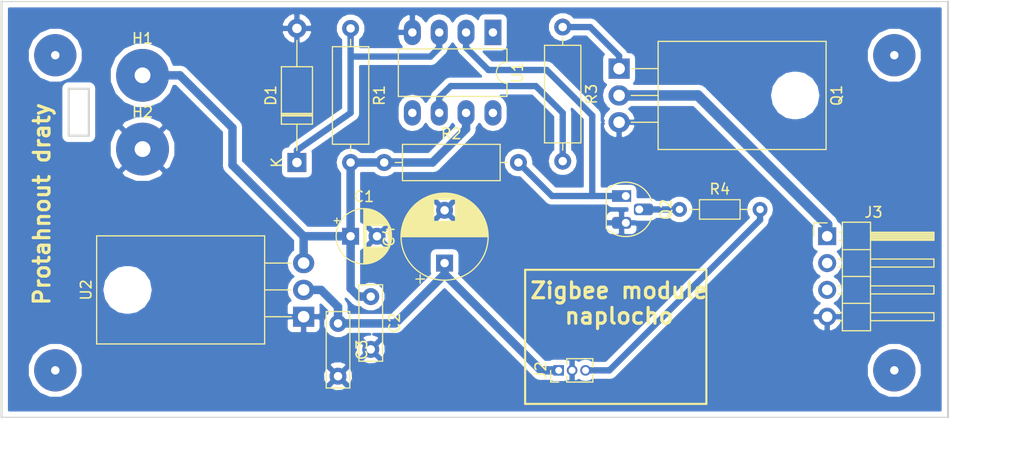
<source format=kicad_pcb>
(kicad_pcb (version 20171130) (host pcbnew "(5.0.2-5)-5")

  (general
    (thickness 1.6)
    (drawings 16)
    (tracks 61)
    (zones 0)
    (modules 17)
    (nets 11)
  )

  (page A4)
  (layers
    (0 F.Cu signal)
    (31 B.Cu signal)
    (32 B.Adhes user)
    (33 F.Adhes user)
    (34 B.Paste user)
    (35 F.Paste user)
    (36 B.SilkS user)
    (37 F.SilkS user)
    (38 B.Mask user)
    (39 F.Mask user)
    (40 Dwgs.User user)
    (41 Cmts.User user)
    (42 Eco1.User user)
    (43 Eco2.User user)
    (44 Edge.Cuts user)
    (45 Margin user)
    (46 B.CrtYd user)
    (47 F.CrtYd user)
    (48 B.Fab user)
    (49 F.Fab user)
  )

  (setup
    (last_trace_width 0.25)
    (trace_clearance 0.2)
    (zone_clearance 0.5)
    (zone_45_only no)
    (trace_min 0.2)
    (segment_width 0.2)
    (edge_width 0.2)
    (via_size 0.8)
    (via_drill 0.4)
    (via_min_size 0.4)
    (via_min_drill 0.3)
    (uvia_size 0.3)
    (uvia_drill 0.1)
    (uvias_allowed no)
    (uvia_min_size 0.2)
    (uvia_min_drill 0.1)
    (pcb_text_width 0.3)
    (pcb_text_size 1.5 1.5)
    (mod_edge_width 0.15)
    (mod_text_size 1 1)
    (mod_text_width 0.15)
    (pad_size 5 5)
    (pad_drill 1.5)
    (pad_to_mask_clearance 0)
    (solder_mask_min_width 0.25)
    (aux_axis_origin 0 0)
    (visible_elements 7FFFFFFF)
    (pcbplotparams
      (layerselection 0x010f0_ffffffff)
      (usegerberextensions false)
      (usegerberattributes false)
      (usegerberadvancedattributes false)
      (creategerberjobfile true)
      (excludeedgelayer true)
      (linewidth 0.100000)
      (plotframeref false)
      (viasonmask false)
      (mode 1)
      (useauxorigin false)
      (hpglpennumber 1)
      (hpglpenspeed 20)
      (hpglpendiameter 15.000000)
      (psnegative false)
      (psa4output false)
      (plotreference true)
      (plotvalue true)
      (plotinvisibletext false)
      (padsonsilk false)
      (subtractmaskfromsilk false)
      (outputformat 1)
      (mirror false)
      (drillshape 0)
      (scaleselection 1)
      (outputdirectory ""))
  )

  (net 0 "")
  (net 1 +12V)
  (net 2 GND)
  (net 3 +3V3)
  (net 4 "Net-(D1-Pad1)")
  (net 5 pwm)
  (net 6 "Net-(J3-Pad1)")
  (net 7 "Net-(Q1-Pad1)")
  (net 8 "Net-(Q2-Pad2)")
  (net 9 "Net-(Q2-Pad1)")
  (net 10 "Net-(R3-Pad2)")

  (net_class Default "Toto je výchozí třída sítě."
    (clearance 0.2)
    (trace_width 0.25)
    (via_dia 0.8)
    (via_drill 0.4)
    (uvia_dia 0.3)
    (uvia_drill 0.1)
    (add_net +12V)
    (add_net +3V3)
    (add_net GND)
    (add_net "Net-(D1-Pad1)")
    (add_net "Net-(J3-Pad1)")
    (add_net "Net-(Q1-Pad1)")
    (add_net "Net-(Q2-Pad1)")
    (add_net "Net-(Q2-Pad2)")
    (add_net "Net-(R3-Pad2)")
    (add_net pwm)
  )

  (module Package_TO_SOT_THT:TO-220-3_Horizontal_TabDown (layer F.Cu) (tedit 5AC8BA0D) (tstamp 5C91B590)
    (at 123.825 99.06 90)
    (descr "TO-220-3, Horizontal, RM 2.54mm, see https://www.vishay.com/docs/66542/to-220-1.pdf")
    (tags "TO-220-3 Horizontal RM 2.54mm")
    (path /5C75B3A7)
    (fp_text reference U2 (at 2.54 -20.58 90) (layer F.SilkS)
      (effects (font (size 1 1) (thickness 0.15)))
    )
    (fp_text value LM1117-3.3 (at 2.54 2 90) (layer F.Fab)
      (effects (font (size 1 1) (thickness 0.15)))
    )
    (fp_text user %R (at 2.54 -20.58 90) (layer F.Fab)
      (effects (font (size 1 1) (thickness 0.15)))
    )
    (fp_line (start 7.79 -19.71) (end -2.71 -19.71) (layer F.CrtYd) (width 0.05))
    (fp_line (start 7.79 1.25) (end 7.79 -19.71) (layer F.CrtYd) (width 0.05))
    (fp_line (start -2.71 1.25) (end 7.79 1.25) (layer F.CrtYd) (width 0.05))
    (fp_line (start -2.71 -19.71) (end -2.71 1.25) (layer F.CrtYd) (width 0.05))
    (fp_line (start 5.08 -3.69) (end 5.08 -1.15) (layer F.SilkS) (width 0.12))
    (fp_line (start 2.54 -3.69) (end 2.54 -1.15) (layer F.SilkS) (width 0.12))
    (fp_line (start 0 -3.69) (end 0 -1.15) (layer F.SilkS) (width 0.12))
    (fp_line (start 7.66 -19.58) (end 7.66 -3.69) (layer F.SilkS) (width 0.12))
    (fp_line (start -2.58 -19.58) (end -2.58 -3.69) (layer F.SilkS) (width 0.12))
    (fp_line (start -2.58 -19.58) (end 7.66 -19.58) (layer F.SilkS) (width 0.12))
    (fp_line (start -2.58 -3.69) (end 7.66 -3.69) (layer F.SilkS) (width 0.12))
    (fp_line (start 5.08 -3.81) (end 5.08 0) (layer F.Fab) (width 0.1))
    (fp_line (start 2.54 -3.81) (end 2.54 0) (layer F.Fab) (width 0.1))
    (fp_line (start 0 -3.81) (end 0 0) (layer F.Fab) (width 0.1))
    (fp_line (start 7.54 -3.81) (end -2.46 -3.81) (layer F.Fab) (width 0.1))
    (fp_line (start 7.54 -13.06) (end 7.54 -3.81) (layer F.Fab) (width 0.1))
    (fp_line (start -2.46 -13.06) (end 7.54 -13.06) (layer F.Fab) (width 0.1))
    (fp_line (start -2.46 -3.81) (end -2.46 -13.06) (layer F.Fab) (width 0.1))
    (fp_line (start 7.54 -13.06) (end -2.46 -13.06) (layer F.Fab) (width 0.1))
    (fp_line (start 7.54 -19.46) (end 7.54 -13.06) (layer F.Fab) (width 0.1))
    (fp_line (start -2.46 -19.46) (end 7.54 -19.46) (layer F.Fab) (width 0.1))
    (fp_line (start -2.46 -13.06) (end -2.46 -19.46) (layer F.Fab) (width 0.1))
    (fp_circle (center 2.54 -16.66) (end 4.39 -16.66) (layer F.Fab) (width 0.1))
    (pad 3 thru_hole oval (at 5.08 0 90) (size 1.905 2) (drill 1.1) (layers *.Cu *.Mask)
      (net 1 +12V))
    (pad 2 thru_hole oval (at 2.54 0 90) (size 1.905 2) (drill 1.1) (layers *.Cu *.Mask)
      (net 3 +3V3))
    (pad 1 thru_hole rect (at 0 0 90) (size 1.905 2) (drill 1.1) (layers *.Cu *.Mask)
      (net 2 GND))
    (pad "" np_thru_hole oval (at 2.54 -16.66 90) (size 3.5 3.5) (drill 3.5) (layers *.Cu *.Mask))
    (model ${KISYS3DMOD}/Package_TO_SOT_THT.3dshapes/TO-220-3_Horizontal_TabDown.wrl
      (at (xyz 0 0 0))
      (scale (xyz 1 1 1))
      (rotate (xyz 0 0 0))
    )
  )

  (module Package_TO_SOT_THT:TO-220-3_Horizontal_TabDown (layer F.Cu) (tedit 5AC8BA0D) (tstamp 5C91B4EC)
    (at 153.67 75.565 270)
    (descr "TO-220-3, Horizontal, RM 2.54mm, see https://www.vishay.com/docs/66542/to-220-1.pdf")
    (tags "TO-220-3 Horizontal RM 2.54mm")
    (path /5C6C13F9)
    (fp_text reference Q1 (at 2.54 -20.58 270) (layer F.SilkS)
      (effects (font (size 1 1) (thickness 0.15)))
    )
    (fp_text value BUZ11 (at 2.54 2 270) (layer F.Fab)
      (effects (font (size 1 1) (thickness 0.15)))
    )
    (fp_text user %R (at 2.54 -20.58 270) (layer F.Fab)
      (effects (font (size 1 1) (thickness 0.15)))
    )
    (fp_line (start 7.79 -19.71) (end -2.71 -19.71) (layer F.CrtYd) (width 0.05))
    (fp_line (start 7.79 1.25) (end 7.79 -19.71) (layer F.CrtYd) (width 0.05))
    (fp_line (start -2.71 1.25) (end 7.79 1.25) (layer F.CrtYd) (width 0.05))
    (fp_line (start -2.71 -19.71) (end -2.71 1.25) (layer F.CrtYd) (width 0.05))
    (fp_line (start 5.08 -3.69) (end 5.08 -1.15) (layer F.SilkS) (width 0.12))
    (fp_line (start 2.54 -3.69) (end 2.54 -1.15) (layer F.SilkS) (width 0.12))
    (fp_line (start 0 -3.69) (end 0 -1.15) (layer F.SilkS) (width 0.12))
    (fp_line (start 7.66 -19.58) (end 7.66 -3.69) (layer F.SilkS) (width 0.12))
    (fp_line (start -2.58 -19.58) (end -2.58 -3.69) (layer F.SilkS) (width 0.12))
    (fp_line (start -2.58 -19.58) (end 7.66 -19.58) (layer F.SilkS) (width 0.12))
    (fp_line (start -2.58 -3.69) (end 7.66 -3.69) (layer F.SilkS) (width 0.12))
    (fp_line (start 5.08 -3.81) (end 5.08 0) (layer F.Fab) (width 0.1))
    (fp_line (start 2.54 -3.81) (end 2.54 0) (layer F.Fab) (width 0.1))
    (fp_line (start 0 -3.81) (end 0 0) (layer F.Fab) (width 0.1))
    (fp_line (start 7.54 -3.81) (end -2.46 -3.81) (layer F.Fab) (width 0.1))
    (fp_line (start 7.54 -13.06) (end 7.54 -3.81) (layer F.Fab) (width 0.1))
    (fp_line (start -2.46 -13.06) (end 7.54 -13.06) (layer F.Fab) (width 0.1))
    (fp_line (start -2.46 -3.81) (end -2.46 -13.06) (layer F.Fab) (width 0.1))
    (fp_line (start 7.54 -13.06) (end -2.46 -13.06) (layer F.Fab) (width 0.1))
    (fp_line (start 7.54 -19.46) (end 7.54 -13.06) (layer F.Fab) (width 0.1))
    (fp_line (start -2.46 -19.46) (end 7.54 -19.46) (layer F.Fab) (width 0.1))
    (fp_line (start -2.46 -13.06) (end -2.46 -19.46) (layer F.Fab) (width 0.1))
    (fp_circle (center 2.54 -16.66) (end 4.39 -16.66) (layer F.Fab) (width 0.1))
    (pad 3 thru_hole oval (at 5.08 0 270) (size 1.905 2) (drill 1.1) (layers *.Cu *.Mask)
      (net 2 GND))
    (pad 2 thru_hole oval (at 2.54 0 270) (size 1.905 2) (drill 1.1) (layers *.Cu *.Mask)
      (net 6 "Net-(J3-Pad1)"))
    (pad 1 thru_hole rect (at 0 0 270) (size 1.905 2) (drill 1.1) (layers *.Cu *.Mask)
      (net 7 "Net-(Q1-Pad1)"))
    (pad "" np_thru_hole oval (at 2.54 -16.66 270) (size 3.5 3.5) (drill 3.5) (layers *.Cu *.Mask))
    (model ${KISYS3DMOD}/Package_TO_SOT_THT.3dshapes/TO-220-3_Horizontal_TabDown.wrl
      (at (xyz 0 0 0))
      (scale (xyz 1 1 1))
      (rotate (xyz 0 0 0))
    )
  )

  (module Package_TO_SOT_THT:TO-92L_HandSolder (layer F.Cu) (tedit 5A282C70) (tstamp 5C7688E8)
    (at 154.305 87.63 270)
    (descr "TO-92L leads in-line (large body variant of TO-92), also known as TO-226, wide, drill 0.75mm, hand-soldering variant with enlarged pads (see https://www.diodes.com/assets/Package-Files/TO92L.pdf and http://www.ti.com/lit/an/snoa059/snoa059.pdf)")
    (tags "to-92 sc-43 sc-43a sot54 PA33 transistor")
    (path /5C76726F)
    (fp_text reference Q2 (at 1.27 -3.8 270) (layer F.SilkS)
      (effects (font (size 1 1) (thickness 0.15)))
    )
    (fp_text value BC547 (at 1.27 2.79 270) (layer F.Fab)
      (effects (font (size 1 1) (thickness 0.15)))
    )
    (fp_arc (start 1.27 0) (end 2.05 -2.45) (angle 117.6433766) (layer F.SilkS) (width 0.12))
    (fp_arc (start 1.27 0) (end 1.27 -2.48) (angle -135) (layer F.Fab) (width 0.1))
    (fp_arc (start 1.27 0) (end 0.45 -2.45) (angle -116.9763941) (layer F.SilkS) (width 0.12))
    (fp_arc (start 1.27 0) (end 1.27 -2.48) (angle 135) (layer F.Fab) (width 0.1))
    (fp_line (start 4 2.01) (end -1.46 2.01) (layer F.CrtYd) (width 0.05))
    (fp_line (start 4 2.01) (end 4 -3.05) (layer F.CrtYd) (width 0.05))
    (fp_line (start -1.45 -3.05) (end -1.46 2.01) (layer F.CrtYd) (width 0.05))
    (fp_line (start -1.46 -3.05) (end 4 -3.05) (layer F.CrtYd) (width 0.05))
    (fp_line (start -0.5 1.75) (end 3 1.75) (layer F.Fab) (width 0.1))
    (fp_line (start -0.53 1.85) (end 3.07 1.85) (layer F.SilkS) (width 0.12))
    (fp_text user %R (at 1.27 0 270) (layer F.Fab)
      (effects (font (size 1 1) (thickness 0.15)))
    )
    (pad 1 thru_hole rect (at 0 0 270) (size 1.1 1.8) (drill 0.75 (offset 0 0.4)) (layers *.Cu *.Mask)
      (net 9 "Net-(Q2-Pad1)"))
    (pad 3 thru_hole roundrect (at 2.54 0 270) (size 1.1 1.8) (drill 0.75 (offset 0 0.4)) (layers *.Cu *.Mask) (roundrect_rratio 0.25)
      (net 2 GND))
    (pad 2 thru_hole roundrect (at 1.27 -1.27 270) (size 1.1 1.8) (drill 0.75 (offset 0 -0.4)) (layers *.Cu *.Mask) (roundrect_rratio 0.25)
      (net 8 "Net-(Q2-Pad2)"))
    (model ${KISYS3DMOD}/Package_TO_SOT_THT.3dshapes/TO-92L.wrl
      (at (xyz 0 0 0))
      (scale (xyz 1 1 1))
      (rotate (xyz 0 0 0))
    )
  )

  (module Package_DIP:DIP-8_W7.62mm_LongPads (layer F.Cu) (tedit 5A02E8C5) (tstamp 5C91B576)
    (at 141.732 72.136 270)
    (descr "8-lead though-hole mounted DIP package, row spacing 7.62 mm (300 mils), LongPads")
    (tags "THT DIP DIL PDIP 2.54mm 7.62mm 300mil LongPads")
    (path /5C6C5176)
    (fp_text reference U1 (at 3.81 -2.33 270) (layer F.SilkS)
      (effects (font (size 1 1) (thickness 0.15)))
    )
    (fp_text value LM741 (at 3.81 9.95 270) (layer F.Fab)
      (effects (font (size 1 1) (thickness 0.15)))
    )
    (fp_text user %R (at 3.81 3.81 270) (layer F.Fab)
      (effects (font (size 1 1) (thickness 0.15)))
    )
    (fp_line (start 9.1 -1.55) (end -1.45 -1.55) (layer F.CrtYd) (width 0.05))
    (fp_line (start 9.1 9.15) (end 9.1 -1.55) (layer F.CrtYd) (width 0.05))
    (fp_line (start -1.45 9.15) (end 9.1 9.15) (layer F.CrtYd) (width 0.05))
    (fp_line (start -1.45 -1.55) (end -1.45 9.15) (layer F.CrtYd) (width 0.05))
    (fp_line (start 6.06 -1.33) (end 4.81 -1.33) (layer F.SilkS) (width 0.12))
    (fp_line (start 6.06 8.95) (end 6.06 -1.33) (layer F.SilkS) (width 0.12))
    (fp_line (start 1.56 8.95) (end 6.06 8.95) (layer F.SilkS) (width 0.12))
    (fp_line (start 1.56 -1.33) (end 1.56 8.95) (layer F.SilkS) (width 0.12))
    (fp_line (start 2.81 -1.33) (end 1.56 -1.33) (layer F.SilkS) (width 0.12))
    (fp_line (start 0.635 -0.27) (end 1.635 -1.27) (layer F.Fab) (width 0.1))
    (fp_line (start 0.635 8.89) (end 0.635 -0.27) (layer F.Fab) (width 0.1))
    (fp_line (start 6.985 8.89) (end 0.635 8.89) (layer F.Fab) (width 0.1))
    (fp_line (start 6.985 -1.27) (end 6.985 8.89) (layer F.Fab) (width 0.1))
    (fp_line (start 1.635 -1.27) (end 6.985 -1.27) (layer F.Fab) (width 0.1))
    (fp_arc (start 3.81 -1.33) (end 2.81 -1.33) (angle -180) (layer F.SilkS) (width 0.12))
    (pad 8 thru_hole oval (at 7.62 0 270) (size 2.4 1.6) (drill 0.8) (layers *.Cu *.Mask))
    (pad 4 thru_hole oval (at 0 7.62 270) (size 2.4 1.6) (drill 0.8) (layers *.Cu *.Mask)
      (net 2 GND))
    (pad 7 thru_hole oval (at 7.62 2.54 270) (size 2.4 1.6) (drill 0.8) (layers *.Cu *.Mask)
      (net 1 +12V))
    (pad 3 thru_hole oval (at 0 5.08 270) (size 2.4 1.6) (drill 0.8) (layers *.Cu *.Mask)
      (net 4 "Net-(D1-Pad1)"))
    (pad 6 thru_hole oval (at 7.62 5.08 270) (size 2.4 1.6) (drill 0.8) (layers *.Cu *.Mask)
      (net 10 "Net-(R3-Pad2)"))
    (pad 2 thru_hole oval (at 0 2.54 270) (size 2.4 1.6) (drill 0.8) (layers *.Cu *.Mask)
      (net 9 "Net-(Q2-Pad1)"))
    (pad 5 thru_hole oval (at 7.62 7.62 270) (size 2.4 1.6) (drill 0.8) (layers *.Cu *.Mask))
    (pad 1 thru_hole rect (at 0 0 270) (size 2.4 1.6) (drill 0.8) (layers *.Cu *.Mask))
    (model ${KISYS3DMOD}/Package_DIP.3dshapes/DIP-8_W7.62mm.wrl
      (at (xyz 0 0 0))
      (scale (xyz 1 1 1))
      (rotate (xyz 0 0 0))
    )
  )

  (module Capacitor_THT:CP_Radial_D5.0mm_P2.50mm (layer F.Cu) (tedit 5AE50EF0) (tstamp 5C91B373)
    (at 128.27 91.44)
    (descr "CP, Radial series, Radial, pin pitch=2.50mm, , diameter=5mm, Electrolytic Capacitor")
    (tags "CP Radial series Radial pin pitch 2.50mm  diameter 5mm Electrolytic Capacitor")
    (path /5C75B961)
    (fp_text reference C1 (at 1.25 -3.75) (layer F.SilkS)
      (effects (font (size 1 1) (thickness 0.15)))
    )
    (fp_text value 10u (at 1.25 3.75) (layer F.Fab)
      (effects (font (size 1 1) (thickness 0.15)))
    )
    (fp_circle (center 1.25 0) (end 3.75 0) (layer F.Fab) (width 0.1))
    (fp_circle (center 1.25 0) (end 3.87 0) (layer F.SilkS) (width 0.12))
    (fp_circle (center 1.25 0) (end 4 0) (layer F.CrtYd) (width 0.05))
    (fp_line (start -0.883605 -1.0875) (end -0.383605 -1.0875) (layer F.Fab) (width 0.1))
    (fp_line (start -0.633605 -1.3375) (end -0.633605 -0.8375) (layer F.Fab) (width 0.1))
    (fp_line (start 1.25 -2.58) (end 1.25 2.58) (layer F.SilkS) (width 0.12))
    (fp_line (start 1.29 -2.58) (end 1.29 2.58) (layer F.SilkS) (width 0.12))
    (fp_line (start 1.33 -2.579) (end 1.33 2.579) (layer F.SilkS) (width 0.12))
    (fp_line (start 1.37 -2.578) (end 1.37 2.578) (layer F.SilkS) (width 0.12))
    (fp_line (start 1.41 -2.576) (end 1.41 2.576) (layer F.SilkS) (width 0.12))
    (fp_line (start 1.45 -2.573) (end 1.45 2.573) (layer F.SilkS) (width 0.12))
    (fp_line (start 1.49 -2.569) (end 1.49 -1.04) (layer F.SilkS) (width 0.12))
    (fp_line (start 1.49 1.04) (end 1.49 2.569) (layer F.SilkS) (width 0.12))
    (fp_line (start 1.53 -2.565) (end 1.53 -1.04) (layer F.SilkS) (width 0.12))
    (fp_line (start 1.53 1.04) (end 1.53 2.565) (layer F.SilkS) (width 0.12))
    (fp_line (start 1.57 -2.561) (end 1.57 -1.04) (layer F.SilkS) (width 0.12))
    (fp_line (start 1.57 1.04) (end 1.57 2.561) (layer F.SilkS) (width 0.12))
    (fp_line (start 1.61 -2.556) (end 1.61 -1.04) (layer F.SilkS) (width 0.12))
    (fp_line (start 1.61 1.04) (end 1.61 2.556) (layer F.SilkS) (width 0.12))
    (fp_line (start 1.65 -2.55) (end 1.65 -1.04) (layer F.SilkS) (width 0.12))
    (fp_line (start 1.65 1.04) (end 1.65 2.55) (layer F.SilkS) (width 0.12))
    (fp_line (start 1.69 -2.543) (end 1.69 -1.04) (layer F.SilkS) (width 0.12))
    (fp_line (start 1.69 1.04) (end 1.69 2.543) (layer F.SilkS) (width 0.12))
    (fp_line (start 1.73 -2.536) (end 1.73 -1.04) (layer F.SilkS) (width 0.12))
    (fp_line (start 1.73 1.04) (end 1.73 2.536) (layer F.SilkS) (width 0.12))
    (fp_line (start 1.77 -2.528) (end 1.77 -1.04) (layer F.SilkS) (width 0.12))
    (fp_line (start 1.77 1.04) (end 1.77 2.528) (layer F.SilkS) (width 0.12))
    (fp_line (start 1.81 -2.52) (end 1.81 -1.04) (layer F.SilkS) (width 0.12))
    (fp_line (start 1.81 1.04) (end 1.81 2.52) (layer F.SilkS) (width 0.12))
    (fp_line (start 1.85 -2.511) (end 1.85 -1.04) (layer F.SilkS) (width 0.12))
    (fp_line (start 1.85 1.04) (end 1.85 2.511) (layer F.SilkS) (width 0.12))
    (fp_line (start 1.89 -2.501) (end 1.89 -1.04) (layer F.SilkS) (width 0.12))
    (fp_line (start 1.89 1.04) (end 1.89 2.501) (layer F.SilkS) (width 0.12))
    (fp_line (start 1.93 -2.491) (end 1.93 -1.04) (layer F.SilkS) (width 0.12))
    (fp_line (start 1.93 1.04) (end 1.93 2.491) (layer F.SilkS) (width 0.12))
    (fp_line (start 1.971 -2.48) (end 1.971 -1.04) (layer F.SilkS) (width 0.12))
    (fp_line (start 1.971 1.04) (end 1.971 2.48) (layer F.SilkS) (width 0.12))
    (fp_line (start 2.011 -2.468) (end 2.011 -1.04) (layer F.SilkS) (width 0.12))
    (fp_line (start 2.011 1.04) (end 2.011 2.468) (layer F.SilkS) (width 0.12))
    (fp_line (start 2.051 -2.455) (end 2.051 -1.04) (layer F.SilkS) (width 0.12))
    (fp_line (start 2.051 1.04) (end 2.051 2.455) (layer F.SilkS) (width 0.12))
    (fp_line (start 2.091 -2.442) (end 2.091 -1.04) (layer F.SilkS) (width 0.12))
    (fp_line (start 2.091 1.04) (end 2.091 2.442) (layer F.SilkS) (width 0.12))
    (fp_line (start 2.131 -2.428) (end 2.131 -1.04) (layer F.SilkS) (width 0.12))
    (fp_line (start 2.131 1.04) (end 2.131 2.428) (layer F.SilkS) (width 0.12))
    (fp_line (start 2.171 -2.414) (end 2.171 -1.04) (layer F.SilkS) (width 0.12))
    (fp_line (start 2.171 1.04) (end 2.171 2.414) (layer F.SilkS) (width 0.12))
    (fp_line (start 2.211 -2.398) (end 2.211 -1.04) (layer F.SilkS) (width 0.12))
    (fp_line (start 2.211 1.04) (end 2.211 2.398) (layer F.SilkS) (width 0.12))
    (fp_line (start 2.251 -2.382) (end 2.251 -1.04) (layer F.SilkS) (width 0.12))
    (fp_line (start 2.251 1.04) (end 2.251 2.382) (layer F.SilkS) (width 0.12))
    (fp_line (start 2.291 -2.365) (end 2.291 -1.04) (layer F.SilkS) (width 0.12))
    (fp_line (start 2.291 1.04) (end 2.291 2.365) (layer F.SilkS) (width 0.12))
    (fp_line (start 2.331 -2.348) (end 2.331 -1.04) (layer F.SilkS) (width 0.12))
    (fp_line (start 2.331 1.04) (end 2.331 2.348) (layer F.SilkS) (width 0.12))
    (fp_line (start 2.371 -2.329) (end 2.371 -1.04) (layer F.SilkS) (width 0.12))
    (fp_line (start 2.371 1.04) (end 2.371 2.329) (layer F.SilkS) (width 0.12))
    (fp_line (start 2.411 -2.31) (end 2.411 -1.04) (layer F.SilkS) (width 0.12))
    (fp_line (start 2.411 1.04) (end 2.411 2.31) (layer F.SilkS) (width 0.12))
    (fp_line (start 2.451 -2.29) (end 2.451 -1.04) (layer F.SilkS) (width 0.12))
    (fp_line (start 2.451 1.04) (end 2.451 2.29) (layer F.SilkS) (width 0.12))
    (fp_line (start 2.491 -2.268) (end 2.491 -1.04) (layer F.SilkS) (width 0.12))
    (fp_line (start 2.491 1.04) (end 2.491 2.268) (layer F.SilkS) (width 0.12))
    (fp_line (start 2.531 -2.247) (end 2.531 -1.04) (layer F.SilkS) (width 0.12))
    (fp_line (start 2.531 1.04) (end 2.531 2.247) (layer F.SilkS) (width 0.12))
    (fp_line (start 2.571 -2.224) (end 2.571 -1.04) (layer F.SilkS) (width 0.12))
    (fp_line (start 2.571 1.04) (end 2.571 2.224) (layer F.SilkS) (width 0.12))
    (fp_line (start 2.611 -2.2) (end 2.611 -1.04) (layer F.SilkS) (width 0.12))
    (fp_line (start 2.611 1.04) (end 2.611 2.2) (layer F.SilkS) (width 0.12))
    (fp_line (start 2.651 -2.175) (end 2.651 -1.04) (layer F.SilkS) (width 0.12))
    (fp_line (start 2.651 1.04) (end 2.651 2.175) (layer F.SilkS) (width 0.12))
    (fp_line (start 2.691 -2.149) (end 2.691 -1.04) (layer F.SilkS) (width 0.12))
    (fp_line (start 2.691 1.04) (end 2.691 2.149) (layer F.SilkS) (width 0.12))
    (fp_line (start 2.731 -2.122) (end 2.731 -1.04) (layer F.SilkS) (width 0.12))
    (fp_line (start 2.731 1.04) (end 2.731 2.122) (layer F.SilkS) (width 0.12))
    (fp_line (start 2.771 -2.095) (end 2.771 -1.04) (layer F.SilkS) (width 0.12))
    (fp_line (start 2.771 1.04) (end 2.771 2.095) (layer F.SilkS) (width 0.12))
    (fp_line (start 2.811 -2.065) (end 2.811 -1.04) (layer F.SilkS) (width 0.12))
    (fp_line (start 2.811 1.04) (end 2.811 2.065) (layer F.SilkS) (width 0.12))
    (fp_line (start 2.851 -2.035) (end 2.851 -1.04) (layer F.SilkS) (width 0.12))
    (fp_line (start 2.851 1.04) (end 2.851 2.035) (layer F.SilkS) (width 0.12))
    (fp_line (start 2.891 -2.004) (end 2.891 -1.04) (layer F.SilkS) (width 0.12))
    (fp_line (start 2.891 1.04) (end 2.891 2.004) (layer F.SilkS) (width 0.12))
    (fp_line (start 2.931 -1.971) (end 2.931 -1.04) (layer F.SilkS) (width 0.12))
    (fp_line (start 2.931 1.04) (end 2.931 1.971) (layer F.SilkS) (width 0.12))
    (fp_line (start 2.971 -1.937) (end 2.971 -1.04) (layer F.SilkS) (width 0.12))
    (fp_line (start 2.971 1.04) (end 2.971 1.937) (layer F.SilkS) (width 0.12))
    (fp_line (start 3.011 -1.901) (end 3.011 -1.04) (layer F.SilkS) (width 0.12))
    (fp_line (start 3.011 1.04) (end 3.011 1.901) (layer F.SilkS) (width 0.12))
    (fp_line (start 3.051 -1.864) (end 3.051 -1.04) (layer F.SilkS) (width 0.12))
    (fp_line (start 3.051 1.04) (end 3.051 1.864) (layer F.SilkS) (width 0.12))
    (fp_line (start 3.091 -1.826) (end 3.091 -1.04) (layer F.SilkS) (width 0.12))
    (fp_line (start 3.091 1.04) (end 3.091 1.826) (layer F.SilkS) (width 0.12))
    (fp_line (start 3.131 -1.785) (end 3.131 -1.04) (layer F.SilkS) (width 0.12))
    (fp_line (start 3.131 1.04) (end 3.131 1.785) (layer F.SilkS) (width 0.12))
    (fp_line (start 3.171 -1.743) (end 3.171 -1.04) (layer F.SilkS) (width 0.12))
    (fp_line (start 3.171 1.04) (end 3.171 1.743) (layer F.SilkS) (width 0.12))
    (fp_line (start 3.211 -1.699) (end 3.211 -1.04) (layer F.SilkS) (width 0.12))
    (fp_line (start 3.211 1.04) (end 3.211 1.699) (layer F.SilkS) (width 0.12))
    (fp_line (start 3.251 -1.653) (end 3.251 -1.04) (layer F.SilkS) (width 0.12))
    (fp_line (start 3.251 1.04) (end 3.251 1.653) (layer F.SilkS) (width 0.12))
    (fp_line (start 3.291 -1.605) (end 3.291 -1.04) (layer F.SilkS) (width 0.12))
    (fp_line (start 3.291 1.04) (end 3.291 1.605) (layer F.SilkS) (width 0.12))
    (fp_line (start 3.331 -1.554) (end 3.331 -1.04) (layer F.SilkS) (width 0.12))
    (fp_line (start 3.331 1.04) (end 3.331 1.554) (layer F.SilkS) (width 0.12))
    (fp_line (start 3.371 -1.5) (end 3.371 -1.04) (layer F.SilkS) (width 0.12))
    (fp_line (start 3.371 1.04) (end 3.371 1.5) (layer F.SilkS) (width 0.12))
    (fp_line (start 3.411 -1.443) (end 3.411 -1.04) (layer F.SilkS) (width 0.12))
    (fp_line (start 3.411 1.04) (end 3.411 1.443) (layer F.SilkS) (width 0.12))
    (fp_line (start 3.451 -1.383) (end 3.451 -1.04) (layer F.SilkS) (width 0.12))
    (fp_line (start 3.451 1.04) (end 3.451 1.383) (layer F.SilkS) (width 0.12))
    (fp_line (start 3.491 -1.319) (end 3.491 -1.04) (layer F.SilkS) (width 0.12))
    (fp_line (start 3.491 1.04) (end 3.491 1.319) (layer F.SilkS) (width 0.12))
    (fp_line (start 3.531 -1.251) (end 3.531 -1.04) (layer F.SilkS) (width 0.12))
    (fp_line (start 3.531 1.04) (end 3.531 1.251) (layer F.SilkS) (width 0.12))
    (fp_line (start 3.571 -1.178) (end 3.571 1.178) (layer F.SilkS) (width 0.12))
    (fp_line (start 3.611 -1.098) (end 3.611 1.098) (layer F.SilkS) (width 0.12))
    (fp_line (start 3.651 -1.011) (end 3.651 1.011) (layer F.SilkS) (width 0.12))
    (fp_line (start 3.691 -0.915) (end 3.691 0.915) (layer F.SilkS) (width 0.12))
    (fp_line (start 3.731 -0.805) (end 3.731 0.805) (layer F.SilkS) (width 0.12))
    (fp_line (start 3.771 -0.677) (end 3.771 0.677) (layer F.SilkS) (width 0.12))
    (fp_line (start 3.811 -0.518) (end 3.811 0.518) (layer F.SilkS) (width 0.12))
    (fp_line (start 3.851 -0.284) (end 3.851 0.284) (layer F.SilkS) (width 0.12))
    (fp_line (start -1.554775 -1.475) (end -1.054775 -1.475) (layer F.SilkS) (width 0.12))
    (fp_line (start -1.304775 -1.725) (end -1.304775 -1.225) (layer F.SilkS) (width 0.12))
    (fp_text user %R (at 1.25 0) (layer F.Fab)
      (effects (font (size 1 1) (thickness 0.15)))
    )
    (pad 1 thru_hole rect (at 0 0) (size 1.6 1.6) (drill 0.8) (layers *.Cu *.Mask)
      (net 1 +12V))
    (pad 2 thru_hole circle (at 2.5 0) (size 1.6 1.6) (drill 0.8) (layers *.Cu *.Mask)
      (net 2 GND))
    (model ${KISYS3DMOD}/Capacitor_THT.3dshapes/CP_Radial_D5.0mm_P2.50mm.wrl
      (at (xyz 0 0 0))
      (scale (xyz 1 1 1))
      (rotate (xyz 0 0 0))
    )
  )

  (module Capacitor_THT:C_Rect_L7.0mm_W2.0mm_P5.00mm (layer F.Cu) (tedit 5AE50EF0) (tstamp 5C831502)
    (at 130.175 97.155 270)
    (descr "C, Rect series, Radial, pin pitch=5.00mm, , length*width=7*2mm^2, Capacitor")
    (tags "C Rect series Radial pin pitch 5.00mm  length 7mm width 2mm Capacitor")
    (path /5C75B55C)
    (fp_text reference C2 (at 2.5 -2.25 270) (layer F.SilkS)
      (effects (font (size 1 1) (thickness 0.15)))
    )
    (fp_text value 47n (at 2.5 2.25 270) (layer F.Fab)
      (effects (font (size 1 1) (thickness 0.15)))
    )
    (fp_line (start -1 -1) (end -1 1) (layer F.Fab) (width 0.1))
    (fp_line (start -1 1) (end 6 1) (layer F.Fab) (width 0.1))
    (fp_line (start 6 1) (end 6 -1) (layer F.Fab) (width 0.1))
    (fp_line (start 6 -1) (end -1 -1) (layer F.Fab) (width 0.1))
    (fp_line (start -1.12 -1.12) (end 6.12 -1.12) (layer F.SilkS) (width 0.12))
    (fp_line (start -1.12 1.12) (end 6.12 1.12) (layer F.SilkS) (width 0.12))
    (fp_line (start -1.12 -1.12) (end -1.12 1.12) (layer F.SilkS) (width 0.12))
    (fp_line (start 6.12 -1.12) (end 6.12 1.12) (layer F.SilkS) (width 0.12))
    (fp_line (start -1.25 -1.25) (end -1.25 1.25) (layer F.CrtYd) (width 0.05))
    (fp_line (start -1.25 1.25) (end 6.25 1.25) (layer F.CrtYd) (width 0.05))
    (fp_line (start 6.25 1.25) (end 6.25 -1.25) (layer F.CrtYd) (width 0.05))
    (fp_line (start 6.25 -1.25) (end -1.25 -1.25) (layer F.CrtYd) (width 0.05))
    (fp_text user %R (at 2.5 0 270) (layer F.Fab)
      (effects (font (size 1 1) (thickness 0.15)))
    )
    (pad 1 thru_hole circle (at 0 0 270) (size 1.6 1.6) (drill 0.8) (layers *.Cu *.Mask)
      (net 1 +12V))
    (pad 2 thru_hole circle (at 5 0 270) (size 1.6 1.6) (drill 0.8) (layers *.Cu *.Mask)
      (net 2 GND))
    (model ${KISYS3DMOD}/Capacitor_THT.3dshapes/C_Rect_L7.0mm_W2.0mm_P5.00mm.wrl
      (at (xyz 0 0 0))
      (scale (xyz 1 1 1))
      (rotate (xyz 0 0 0))
    )
  )

  (module Capacitor_THT:C_Rect_L7.0mm_W2.0mm_P5.00mm (layer F.Cu) (tedit 5AE50EF0) (tstamp 5C92D76A)
    (at 127.08 99.695 270)
    (descr "C, Rect series, Radial, pin pitch=5.00mm, , length*width=7*2mm^2, Capacitor")
    (tags "C Rect series Radial pin pitch 5.00mm  length 7mm width 2mm Capacitor")
    (path /5C75B5D1)
    (fp_text reference C3 (at 2.5 -2.25 270) (layer F.SilkS)
      (effects (font (size 1 1) (thickness 0.15)))
    )
    (fp_text value 47n (at 2.5 2.25 270) (layer F.Fab)
      (effects (font (size 1 1) (thickness 0.15)))
    )
    (fp_text user %R (at 2.5 0 270) (layer F.Fab)
      (effects (font (size 1 1) (thickness 0.15)))
    )
    (fp_line (start 6.25 -1.25) (end -1.25 -1.25) (layer F.CrtYd) (width 0.05))
    (fp_line (start 6.25 1.25) (end 6.25 -1.25) (layer F.CrtYd) (width 0.05))
    (fp_line (start -1.25 1.25) (end 6.25 1.25) (layer F.CrtYd) (width 0.05))
    (fp_line (start -1.25 -1.25) (end -1.25 1.25) (layer F.CrtYd) (width 0.05))
    (fp_line (start 6.12 -1.12) (end 6.12 1.12) (layer F.SilkS) (width 0.12))
    (fp_line (start -1.12 -1.12) (end -1.12 1.12) (layer F.SilkS) (width 0.12))
    (fp_line (start -1.12 1.12) (end 6.12 1.12) (layer F.SilkS) (width 0.12))
    (fp_line (start -1.12 -1.12) (end 6.12 -1.12) (layer F.SilkS) (width 0.12))
    (fp_line (start 6 -1) (end -1 -1) (layer F.Fab) (width 0.1))
    (fp_line (start 6 1) (end 6 -1) (layer F.Fab) (width 0.1))
    (fp_line (start -1 1) (end 6 1) (layer F.Fab) (width 0.1))
    (fp_line (start -1 -1) (end -1 1) (layer F.Fab) (width 0.1))
    (pad 2 thru_hole circle (at 5 0 270) (size 1.6 1.6) (drill 0.8) (layers *.Cu *.Mask)
      (net 2 GND))
    (pad 1 thru_hole circle (at 0 0 270) (size 1.6 1.6) (drill 0.8) (layers *.Cu *.Mask)
      (net 3 +3V3))
    (model ${KISYS3DMOD}/Capacitor_THT.3dshapes/C_Rect_L7.0mm_W2.0mm_P5.00mm.wrl
      (at (xyz 0 0 0))
      (scale (xyz 1 1 1))
      (rotate (xyz 0 0 0))
    )
  )

  (module Capacitor_THT:CP_Radial_D8.0mm_P5.00mm (layer F.Cu) (tedit 5AE50EF0) (tstamp 5C91B442)
    (at 137.16 93.98 90)
    (descr "CP, Radial series, Radial, pin pitch=5.00mm, , diameter=8mm, Electrolytic Capacitor")
    (tags "CP Radial series Radial pin pitch 5.00mm  diameter 8mm Electrolytic Capacitor")
    (path /5C75BADC)
    (fp_text reference C4 (at 2.5 -5.25 90) (layer F.SilkS)
      (effects (font (size 1 1) (thickness 0.15)))
    )
    (fp_text value 100u (at 2.5 5.25 90) (layer F.Fab)
      (effects (font (size 1 1) (thickness 0.15)))
    )
    (fp_circle (center 2.5 0) (end 6.5 0) (layer F.Fab) (width 0.1))
    (fp_circle (center 2.5 0) (end 6.62 0) (layer F.SilkS) (width 0.12))
    (fp_circle (center 2.5 0) (end 6.75 0) (layer F.CrtYd) (width 0.05))
    (fp_line (start -0.926759 -1.7475) (end -0.126759 -1.7475) (layer F.Fab) (width 0.1))
    (fp_line (start -0.526759 -2.1475) (end -0.526759 -1.3475) (layer F.Fab) (width 0.1))
    (fp_line (start 2.5 -4.08) (end 2.5 4.08) (layer F.SilkS) (width 0.12))
    (fp_line (start 2.54 -4.08) (end 2.54 4.08) (layer F.SilkS) (width 0.12))
    (fp_line (start 2.58 -4.08) (end 2.58 4.08) (layer F.SilkS) (width 0.12))
    (fp_line (start 2.62 -4.079) (end 2.62 4.079) (layer F.SilkS) (width 0.12))
    (fp_line (start 2.66 -4.077) (end 2.66 4.077) (layer F.SilkS) (width 0.12))
    (fp_line (start 2.7 -4.076) (end 2.7 4.076) (layer F.SilkS) (width 0.12))
    (fp_line (start 2.74 -4.074) (end 2.74 4.074) (layer F.SilkS) (width 0.12))
    (fp_line (start 2.78 -4.071) (end 2.78 4.071) (layer F.SilkS) (width 0.12))
    (fp_line (start 2.82 -4.068) (end 2.82 4.068) (layer F.SilkS) (width 0.12))
    (fp_line (start 2.86 -4.065) (end 2.86 4.065) (layer F.SilkS) (width 0.12))
    (fp_line (start 2.9 -4.061) (end 2.9 4.061) (layer F.SilkS) (width 0.12))
    (fp_line (start 2.94 -4.057) (end 2.94 4.057) (layer F.SilkS) (width 0.12))
    (fp_line (start 2.98 -4.052) (end 2.98 4.052) (layer F.SilkS) (width 0.12))
    (fp_line (start 3.02 -4.048) (end 3.02 4.048) (layer F.SilkS) (width 0.12))
    (fp_line (start 3.06 -4.042) (end 3.06 4.042) (layer F.SilkS) (width 0.12))
    (fp_line (start 3.1 -4.037) (end 3.1 4.037) (layer F.SilkS) (width 0.12))
    (fp_line (start 3.14 -4.03) (end 3.14 4.03) (layer F.SilkS) (width 0.12))
    (fp_line (start 3.18 -4.024) (end 3.18 4.024) (layer F.SilkS) (width 0.12))
    (fp_line (start 3.221 -4.017) (end 3.221 4.017) (layer F.SilkS) (width 0.12))
    (fp_line (start 3.261 -4.01) (end 3.261 4.01) (layer F.SilkS) (width 0.12))
    (fp_line (start 3.301 -4.002) (end 3.301 4.002) (layer F.SilkS) (width 0.12))
    (fp_line (start 3.341 -3.994) (end 3.341 3.994) (layer F.SilkS) (width 0.12))
    (fp_line (start 3.381 -3.985) (end 3.381 3.985) (layer F.SilkS) (width 0.12))
    (fp_line (start 3.421 -3.976) (end 3.421 3.976) (layer F.SilkS) (width 0.12))
    (fp_line (start 3.461 -3.967) (end 3.461 3.967) (layer F.SilkS) (width 0.12))
    (fp_line (start 3.501 -3.957) (end 3.501 3.957) (layer F.SilkS) (width 0.12))
    (fp_line (start 3.541 -3.947) (end 3.541 3.947) (layer F.SilkS) (width 0.12))
    (fp_line (start 3.581 -3.936) (end 3.581 3.936) (layer F.SilkS) (width 0.12))
    (fp_line (start 3.621 -3.925) (end 3.621 3.925) (layer F.SilkS) (width 0.12))
    (fp_line (start 3.661 -3.914) (end 3.661 3.914) (layer F.SilkS) (width 0.12))
    (fp_line (start 3.701 -3.902) (end 3.701 3.902) (layer F.SilkS) (width 0.12))
    (fp_line (start 3.741 -3.889) (end 3.741 3.889) (layer F.SilkS) (width 0.12))
    (fp_line (start 3.781 -3.877) (end 3.781 3.877) (layer F.SilkS) (width 0.12))
    (fp_line (start 3.821 -3.863) (end 3.821 3.863) (layer F.SilkS) (width 0.12))
    (fp_line (start 3.861 -3.85) (end 3.861 3.85) (layer F.SilkS) (width 0.12))
    (fp_line (start 3.901 -3.835) (end 3.901 3.835) (layer F.SilkS) (width 0.12))
    (fp_line (start 3.941 -3.821) (end 3.941 3.821) (layer F.SilkS) (width 0.12))
    (fp_line (start 3.981 -3.805) (end 3.981 -1.04) (layer F.SilkS) (width 0.12))
    (fp_line (start 3.981 1.04) (end 3.981 3.805) (layer F.SilkS) (width 0.12))
    (fp_line (start 4.021 -3.79) (end 4.021 -1.04) (layer F.SilkS) (width 0.12))
    (fp_line (start 4.021 1.04) (end 4.021 3.79) (layer F.SilkS) (width 0.12))
    (fp_line (start 4.061 -3.774) (end 4.061 -1.04) (layer F.SilkS) (width 0.12))
    (fp_line (start 4.061 1.04) (end 4.061 3.774) (layer F.SilkS) (width 0.12))
    (fp_line (start 4.101 -3.757) (end 4.101 -1.04) (layer F.SilkS) (width 0.12))
    (fp_line (start 4.101 1.04) (end 4.101 3.757) (layer F.SilkS) (width 0.12))
    (fp_line (start 4.141 -3.74) (end 4.141 -1.04) (layer F.SilkS) (width 0.12))
    (fp_line (start 4.141 1.04) (end 4.141 3.74) (layer F.SilkS) (width 0.12))
    (fp_line (start 4.181 -3.722) (end 4.181 -1.04) (layer F.SilkS) (width 0.12))
    (fp_line (start 4.181 1.04) (end 4.181 3.722) (layer F.SilkS) (width 0.12))
    (fp_line (start 4.221 -3.704) (end 4.221 -1.04) (layer F.SilkS) (width 0.12))
    (fp_line (start 4.221 1.04) (end 4.221 3.704) (layer F.SilkS) (width 0.12))
    (fp_line (start 4.261 -3.686) (end 4.261 -1.04) (layer F.SilkS) (width 0.12))
    (fp_line (start 4.261 1.04) (end 4.261 3.686) (layer F.SilkS) (width 0.12))
    (fp_line (start 4.301 -3.666) (end 4.301 -1.04) (layer F.SilkS) (width 0.12))
    (fp_line (start 4.301 1.04) (end 4.301 3.666) (layer F.SilkS) (width 0.12))
    (fp_line (start 4.341 -3.647) (end 4.341 -1.04) (layer F.SilkS) (width 0.12))
    (fp_line (start 4.341 1.04) (end 4.341 3.647) (layer F.SilkS) (width 0.12))
    (fp_line (start 4.381 -3.627) (end 4.381 -1.04) (layer F.SilkS) (width 0.12))
    (fp_line (start 4.381 1.04) (end 4.381 3.627) (layer F.SilkS) (width 0.12))
    (fp_line (start 4.421 -3.606) (end 4.421 -1.04) (layer F.SilkS) (width 0.12))
    (fp_line (start 4.421 1.04) (end 4.421 3.606) (layer F.SilkS) (width 0.12))
    (fp_line (start 4.461 -3.584) (end 4.461 -1.04) (layer F.SilkS) (width 0.12))
    (fp_line (start 4.461 1.04) (end 4.461 3.584) (layer F.SilkS) (width 0.12))
    (fp_line (start 4.501 -3.562) (end 4.501 -1.04) (layer F.SilkS) (width 0.12))
    (fp_line (start 4.501 1.04) (end 4.501 3.562) (layer F.SilkS) (width 0.12))
    (fp_line (start 4.541 -3.54) (end 4.541 -1.04) (layer F.SilkS) (width 0.12))
    (fp_line (start 4.541 1.04) (end 4.541 3.54) (layer F.SilkS) (width 0.12))
    (fp_line (start 4.581 -3.517) (end 4.581 -1.04) (layer F.SilkS) (width 0.12))
    (fp_line (start 4.581 1.04) (end 4.581 3.517) (layer F.SilkS) (width 0.12))
    (fp_line (start 4.621 -3.493) (end 4.621 -1.04) (layer F.SilkS) (width 0.12))
    (fp_line (start 4.621 1.04) (end 4.621 3.493) (layer F.SilkS) (width 0.12))
    (fp_line (start 4.661 -3.469) (end 4.661 -1.04) (layer F.SilkS) (width 0.12))
    (fp_line (start 4.661 1.04) (end 4.661 3.469) (layer F.SilkS) (width 0.12))
    (fp_line (start 4.701 -3.444) (end 4.701 -1.04) (layer F.SilkS) (width 0.12))
    (fp_line (start 4.701 1.04) (end 4.701 3.444) (layer F.SilkS) (width 0.12))
    (fp_line (start 4.741 -3.418) (end 4.741 -1.04) (layer F.SilkS) (width 0.12))
    (fp_line (start 4.741 1.04) (end 4.741 3.418) (layer F.SilkS) (width 0.12))
    (fp_line (start 4.781 -3.392) (end 4.781 -1.04) (layer F.SilkS) (width 0.12))
    (fp_line (start 4.781 1.04) (end 4.781 3.392) (layer F.SilkS) (width 0.12))
    (fp_line (start 4.821 -3.365) (end 4.821 -1.04) (layer F.SilkS) (width 0.12))
    (fp_line (start 4.821 1.04) (end 4.821 3.365) (layer F.SilkS) (width 0.12))
    (fp_line (start 4.861 -3.338) (end 4.861 -1.04) (layer F.SilkS) (width 0.12))
    (fp_line (start 4.861 1.04) (end 4.861 3.338) (layer F.SilkS) (width 0.12))
    (fp_line (start 4.901 -3.309) (end 4.901 -1.04) (layer F.SilkS) (width 0.12))
    (fp_line (start 4.901 1.04) (end 4.901 3.309) (layer F.SilkS) (width 0.12))
    (fp_line (start 4.941 -3.28) (end 4.941 -1.04) (layer F.SilkS) (width 0.12))
    (fp_line (start 4.941 1.04) (end 4.941 3.28) (layer F.SilkS) (width 0.12))
    (fp_line (start 4.981 -3.25) (end 4.981 -1.04) (layer F.SilkS) (width 0.12))
    (fp_line (start 4.981 1.04) (end 4.981 3.25) (layer F.SilkS) (width 0.12))
    (fp_line (start 5.021 -3.22) (end 5.021 -1.04) (layer F.SilkS) (width 0.12))
    (fp_line (start 5.021 1.04) (end 5.021 3.22) (layer F.SilkS) (width 0.12))
    (fp_line (start 5.061 -3.189) (end 5.061 -1.04) (layer F.SilkS) (width 0.12))
    (fp_line (start 5.061 1.04) (end 5.061 3.189) (layer F.SilkS) (width 0.12))
    (fp_line (start 5.101 -3.156) (end 5.101 -1.04) (layer F.SilkS) (width 0.12))
    (fp_line (start 5.101 1.04) (end 5.101 3.156) (layer F.SilkS) (width 0.12))
    (fp_line (start 5.141 -3.124) (end 5.141 -1.04) (layer F.SilkS) (width 0.12))
    (fp_line (start 5.141 1.04) (end 5.141 3.124) (layer F.SilkS) (width 0.12))
    (fp_line (start 5.181 -3.09) (end 5.181 -1.04) (layer F.SilkS) (width 0.12))
    (fp_line (start 5.181 1.04) (end 5.181 3.09) (layer F.SilkS) (width 0.12))
    (fp_line (start 5.221 -3.055) (end 5.221 -1.04) (layer F.SilkS) (width 0.12))
    (fp_line (start 5.221 1.04) (end 5.221 3.055) (layer F.SilkS) (width 0.12))
    (fp_line (start 5.261 -3.019) (end 5.261 -1.04) (layer F.SilkS) (width 0.12))
    (fp_line (start 5.261 1.04) (end 5.261 3.019) (layer F.SilkS) (width 0.12))
    (fp_line (start 5.301 -2.983) (end 5.301 -1.04) (layer F.SilkS) (width 0.12))
    (fp_line (start 5.301 1.04) (end 5.301 2.983) (layer F.SilkS) (width 0.12))
    (fp_line (start 5.341 -2.945) (end 5.341 -1.04) (layer F.SilkS) (width 0.12))
    (fp_line (start 5.341 1.04) (end 5.341 2.945) (layer F.SilkS) (width 0.12))
    (fp_line (start 5.381 -2.907) (end 5.381 -1.04) (layer F.SilkS) (width 0.12))
    (fp_line (start 5.381 1.04) (end 5.381 2.907) (layer F.SilkS) (width 0.12))
    (fp_line (start 5.421 -2.867) (end 5.421 -1.04) (layer F.SilkS) (width 0.12))
    (fp_line (start 5.421 1.04) (end 5.421 2.867) (layer F.SilkS) (width 0.12))
    (fp_line (start 5.461 -2.826) (end 5.461 -1.04) (layer F.SilkS) (width 0.12))
    (fp_line (start 5.461 1.04) (end 5.461 2.826) (layer F.SilkS) (width 0.12))
    (fp_line (start 5.501 -2.784) (end 5.501 -1.04) (layer F.SilkS) (width 0.12))
    (fp_line (start 5.501 1.04) (end 5.501 2.784) (layer F.SilkS) (width 0.12))
    (fp_line (start 5.541 -2.741) (end 5.541 -1.04) (layer F.SilkS) (width 0.12))
    (fp_line (start 5.541 1.04) (end 5.541 2.741) (layer F.SilkS) (width 0.12))
    (fp_line (start 5.581 -2.697) (end 5.581 -1.04) (layer F.SilkS) (width 0.12))
    (fp_line (start 5.581 1.04) (end 5.581 2.697) (layer F.SilkS) (width 0.12))
    (fp_line (start 5.621 -2.651) (end 5.621 -1.04) (layer F.SilkS) (width 0.12))
    (fp_line (start 5.621 1.04) (end 5.621 2.651) (layer F.SilkS) (width 0.12))
    (fp_line (start 5.661 -2.604) (end 5.661 -1.04) (layer F.SilkS) (width 0.12))
    (fp_line (start 5.661 1.04) (end 5.661 2.604) (layer F.SilkS) (width 0.12))
    (fp_line (start 5.701 -2.556) (end 5.701 -1.04) (layer F.SilkS) (width 0.12))
    (fp_line (start 5.701 1.04) (end 5.701 2.556) (layer F.SilkS) (width 0.12))
    (fp_line (start 5.741 -2.505) (end 5.741 -1.04) (layer F.SilkS) (width 0.12))
    (fp_line (start 5.741 1.04) (end 5.741 2.505) (layer F.SilkS) (width 0.12))
    (fp_line (start 5.781 -2.454) (end 5.781 -1.04) (layer F.SilkS) (width 0.12))
    (fp_line (start 5.781 1.04) (end 5.781 2.454) (layer F.SilkS) (width 0.12))
    (fp_line (start 5.821 -2.4) (end 5.821 -1.04) (layer F.SilkS) (width 0.12))
    (fp_line (start 5.821 1.04) (end 5.821 2.4) (layer F.SilkS) (width 0.12))
    (fp_line (start 5.861 -2.345) (end 5.861 -1.04) (layer F.SilkS) (width 0.12))
    (fp_line (start 5.861 1.04) (end 5.861 2.345) (layer F.SilkS) (width 0.12))
    (fp_line (start 5.901 -2.287) (end 5.901 -1.04) (layer F.SilkS) (width 0.12))
    (fp_line (start 5.901 1.04) (end 5.901 2.287) (layer F.SilkS) (width 0.12))
    (fp_line (start 5.941 -2.228) (end 5.941 -1.04) (layer F.SilkS) (width 0.12))
    (fp_line (start 5.941 1.04) (end 5.941 2.228) (layer F.SilkS) (width 0.12))
    (fp_line (start 5.981 -2.166) (end 5.981 -1.04) (layer F.SilkS) (width 0.12))
    (fp_line (start 5.981 1.04) (end 5.981 2.166) (layer F.SilkS) (width 0.12))
    (fp_line (start 6.021 -2.102) (end 6.021 -1.04) (layer F.SilkS) (width 0.12))
    (fp_line (start 6.021 1.04) (end 6.021 2.102) (layer F.SilkS) (width 0.12))
    (fp_line (start 6.061 -2.034) (end 6.061 2.034) (layer F.SilkS) (width 0.12))
    (fp_line (start 6.101 -1.964) (end 6.101 1.964) (layer F.SilkS) (width 0.12))
    (fp_line (start 6.141 -1.89) (end 6.141 1.89) (layer F.SilkS) (width 0.12))
    (fp_line (start 6.181 -1.813) (end 6.181 1.813) (layer F.SilkS) (width 0.12))
    (fp_line (start 6.221 -1.731) (end 6.221 1.731) (layer F.SilkS) (width 0.12))
    (fp_line (start 6.261 -1.645) (end 6.261 1.645) (layer F.SilkS) (width 0.12))
    (fp_line (start 6.301 -1.552) (end 6.301 1.552) (layer F.SilkS) (width 0.12))
    (fp_line (start 6.341 -1.453) (end 6.341 1.453) (layer F.SilkS) (width 0.12))
    (fp_line (start 6.381 -1.346) (end 6.381 1.346) (layer F.SilkS) (width 0.12))
    (fp_line (start 6.421 -1.229) (end 6.421 1.229) (layer F.SilkS) (width 0.12))
    (fp_line (start 6.461 -1.098) (end 6.461 1.098) (layer F.SilkS) (width 0.12))
    (fp_line (start 6.501 -0.948) (end 6.501 0.948) (layer F.SilkS) (width 0.12))
    (fp_line (start 6.541 -0.768) (end 6.541 0.768) (layer F.SilkS) (width 0.12))
    (fp_line (start 6.581 -0.533) (end 6.581 0.533) (layer F.SilkS) (width 0.12))
    (fp_line (start -1.909698 -2.315) (end -1.109698 -2.315) (layer F.SilkS) (width 0.12))
    (fp_line (start -1.509698 -2.715) (end -1.509698 -1.915) (layer F.SilkS) (width 0.12))
    (fp_text user %R (at 2.5 0 90) (layer F.Fab)
      (effects (font (size 1 1) (thickness 0.15)))
    )
    (pad 1 thru_hole rect (at 0 0 90) (size 1.6 1.6) (drill 0.8) (layers *.Cu *.Mask)
      (net 3 +3V3))
    (pad 2 thru_hole circle (at 5 0 90) (size 1.6 1.6) (drill 0.8) (layers *.Cu *.Mask)
      (net 2 GND))
    (model ${KISYS3DMOD}/Capacitor_THT.3dshapes/CP_Radial_D8.0mm_P5.00mm.wrl
      (at (xyz 0 0 0))
      (scale (xyz 1 1 1))
      (rotate (xyz 0 0 0))
    )
  )

  (module Diode_THT:D_A-405_P12.70mm_Horizontal (layer F.Cu) (tedit 5AE50CD5) (tstamp 5C91B461)
    (at 123.19 84.455 90)
    (descr "Diode, A-405 series, Axial, Horizontal, pin pitch=12.7mm, , length*diameter=5.2*2.7mm^2, , http://www.diodes.com/_files/packages/A-405.pdf")
    (tags "Diode A-405 series Axial Horizontal pin pitch 12.7mm  length 5.2mm diameter 2.7mm")
    (path /5C6C4D91)
    (fp_text reference D1 (at 6.35 -2.47 90) (layer F.SilkS)
      (effects (font (size 1 1) (thickness 0.15)))
    )
    (fp_text value D_Zener (at 6.35 2.47 90) (layer F.Fab)
      (effects (font (size 1 1) (thickness 0.15)))
    )
    (fp_line (start 3.75 -1.35) (end 3.75 1.35) (layer F.Fab) (width 0.1))
    (fp_line (start 3.75 1.35) (end 8.95 1.35) (layer F.Fab) (width 0.1))
    (fp_line (start 8.95 1.35) (end 8.95 -1.35) (layer F.Fab) (width 0.1))
    (fp_line (start 8.95 -1.35) (end 3.75 -1.35) (layer F.Fab) (width 0.1))
    (fp_line (start 0 0) (end 3.75 0) (layer F.Fab) (width 0.1))
    (fp_line (start 12.7 0) (end 8.95 0) (layer F.Fab) (width 0.1))
    (fp_line (start 4.53 -1.35) (end 4.53 1.35) (layer F.Fab) (width 0.1))
    (fp_line (start 4.63 -1.35) (end 4.63 1.35) (layer F.Fab) (width 0.1))
    (fp_line (start 4.43 -1.35) (end 4.43 1.35) (layer F.Fab) (width 0.1))
    (fp_line (start 3.63 -1.47) (end 3.63 1.47) (layer F.SilkS) (width 0.12))
    (fp_line (start 3.63 1.47) (end 9.07 1.47) (layer F.SilkS) (width 0.12))
    (fp_line (start 9.07 1.47) (end 9.07 -1.47) (layer F.SilkS) (width 0.12))
    (fp_line (start 9.07 -1.47) (end 3.63 -1.47) (layer F.SilkS) (width 0.12))
    (fp_line (start 1.14 0) (end 3.63 0) (layer F.SilkS) (width 0.12))
    (fp_line (start 11.56 0) (end 9.07 0) (layer F.SilkS) (width 0.12))
    (fp_line (start 4.53 -1.47) (end 4.53 1.47) (layer F.SilkS) (width 0.12))
    (fp_line (start 4.65 -1.47) (end 4.65 1.47) (layer F.SilkS) (width 0.12))
    (fp_line (start 4.41 -1.47) (end 4.41 1.47) (layer F.SilkS) (width 0.12))
    (fp_line (start -1.15 -1.6) (end -1.15 1.6) (layer F.CrtYd) (width 0.05))
    (fp_line (start -1.15 1.6) (end 13.85 1.6) (layer F.CrtYd) (width 0.05))
    (fp_line (start 13.85 1.6) (end 13.85 -1.6) (layer F.CrtYd) (width 0.05))
    (fp_line (start 13.85 -1.6) (end -1.15 -1.6) (layer F.CrtYd) (width 0.05))
    (fp_text user %R (at 6.74 0 90) (layer F.Fab)
      (effects (font (size 1 1) (thickness 0.15)))
    )
    (fp_text user K (at 0 -1.9 90) (layer F.Fab)
      (effects (font (size 1 1) (thickness 0.15)))
    )
    (fp_text user K (at 0 -1.9 90) (layer F.SilkS)
      (effects (font (size 1 1) (thickness 0.15)))
    )
    (pad 1 thru_hole rect (at 0 0 90) (size 1.8 1.8) (drill 0.9) (layers *.Cu *.Mask)
      (net 4 "Net-(D1-Pad1)"))
    (pad 2 thru_hole oval (at 12.7 0 90) (size 1.8 1.8) (drill 0.9) (layers *.Cu *.Mask)
      (net 2 GND))
    (model ${KISYS3DMOD}/Diode_THT.3dshapes/D_A-405_P12.70mm_Horizontal.wrl
      (at (xyz 0 0 0))
      (scale (xyz 1 1 1))
      (rotate (xyz 0 0 0))
    )
  )

  (module Connector_PinHeader_1.27mm:PinHeader_1x03_P1.27mm_Vertical (layer F.Cu) (tedit 59FED6E3) (tstamp 5C91B485)
    (at 147.955 104.14 90)
    (descr "Through hole straight pin header, 1x03, 1.27mm pitch, single row")
    (tags "Through hole pin header THT 1x03 1.27mm single row")
    (path /5C761CEC)
    (fp_text reference J2 (at 0 -1.695 90) (layer F.SilkS)
      (effects (font (size 1 1) (thickness 0.15)))
    )
    (fp_text value "IKEA Zigbit module" (at 0 4.235 90) (layer F.Fab)
      (effects (font (size 1 1) (thickness 0.15)))
    )
    (fp_line (start -0.525 -0.635) (end 1.05 -0.635) (layer F.Fab) (width 0.1))
    (fp_line (start 1.05 -0.635) (end 1.05 3.175) (layer F.Fab) (width 0.1))
    (fp_line (start 1.05 3.175) (end -1.05 3.175) (layer F.Fab) (width 0.1))
    (fp_line (start -1.05 3.175) (end -1.05 -0.11) (layer F.Fab) (width 0.1))
    (fp_line (start -1.05 -0.11) (end -0.525 -0.635) (layer F.Fab) (width 0.1))
    (fp_line (start -1.11 3.235) (end -0.30753 3.235) (layer F.SilkS) (width 0.12))
    (fp_line (start 0.30753 3.235) (end 1.11 3.235) (layer F.SilkS) (width 0.12))
    (fp_line (start -1.11 0.76) (end -1.11 3.235) (layer F.SilkS) (width 0.12))
    (fp_line (start 1.11 0.76) (end 1.11 3.235) (layer F.SilkS) (width 0.12))
    (fp_line (start -1.11 0.76) (end -0.563471 0.76) (layer F.SilkS) (width 0.12))
    (fp_line (start 0.563471 0.76) (end 1.11 0.76) (layer F.SilkS) (width 0.12))
    (fp_line (start -1.11 0) (end -1.11 -0.76) (layer F.SilkS) (width 0.12))
    (fp_line (start -1.11 -0.76) (end 0 -0.76) (layer F.SilkS) (width 0.12))
    (fp_line (start -1.55 -1.15) (end -1.55 3.7) (layer F.CrtYd) (width 0.05))
    (fp_line (start -1.55 3.7) (end 1.55 3.7) (layer F.CrtYd) (width 0.05))
    (fp_line (start 1.55 3.7) (end 1.55 -1.15) (layer F.CrtYd) (width 0.05))
    (fp_line (start 1.55 -1.15) (end -1.55 -1.15) (layer F.CrtYd) (width 0.05))
    (fp_text user %R (at 0 1.27 180) (layer F.Fab)
      (effects (font (size 1 1) (thickness 0.15)))
    )
    (pad 1 thru_hole rect (at 0 0 90) (size 1 1) (drill 0.65) (layers *.Cu *.Mask)
      (net 3 +3V3))
    (pad 2 thru_hole oval (at 0 1.27 90) (size 1 1) (drill 0.65) (layers *.Cu *.Mask)
      (net 2 GND))
    (pad 3 thru_hole oval (at 0 2.54 90) (size 1 1) (drill 0.65) (layers *.Cu *.Mask)
      (net 5 pwm))
    (model ${KISYS3DMOD}/Connector_PinHeader_1.27mm.3dshapes/PinHeader_1x03_P1.27mm_Vertical.wrl
      (at (xyz 0 0 0))
      (scale (xyz 1 1 1))
      (rotate (xyz 0 0 0))
    )
  )

  (module Connector_PinHeader_2.54mm:PinHeader_1x04_P2.54mm_Horizontal (layer F.Cu) (tedit 59FED5CB) (tstamp 5C91B4D2)
    (at 173.355 91.44)
    (descr "Through hole angled pin header, 1x04, 2.54mm pitch, 6mm pin length, single row")
    (tags "Through hole angled pin header THT 1x04 2.54mm single row")
    (path /5C773E4C)
    (fp_text reference J3 (at 4.385 -2.27) (layer F.SilkS)
      (effects (font (size 1 1) (thickness 0.15)))
    )
    (fp_text value "led strip" (at 4.385 9.89) (layer F.Fab)
      (effects (font (size 1 1) (thickness 0.15)))
    )
    (fp_line (start 2.135 -1.27) (end 4.04 -1.27) (layer F.Fab) (width 0.1))
    (fp_line (start 4.04 -1.27) (end 4.04 8.89) (layer F.Fab) (width 0.1))
    (fp_line (start 4.04 8.89) (end 1.5 8.89) (layer F.Fab) (width 0.1))
    (fp_line (start 1.5 8.89) (end 1.5 -0.635) (layer F.Fab) (width 0.1))
    (fp_line (start 1.5 -0.635) (end 2.135 -1.27) (layer F.Fab) (width 0.1))
    (fp_line (start -0.32 -0.32) (end 1.5 -0.32) (layer F.Fab) (width 0.1))
    (fp_line (start -0.32 -0.32) (end -0.32 0.32) (layer F.Fab) (width 0.1))
    (fp_line (start -0.32 0.32) (end 1.5 0.32) (layer F.Fab) (width 0.1))
    (fp_line (start 4.04 -0.32) (end 10.04 -0.32) (layer F.Fab) (width 0.1))
    (fp_line (start 10.04 -0.32) (end 10.04 0.32) (layer F.Fab) (width 0.1))
    (fp_line (start 4.04 0.32) (end 10.04 0.32) (layer F.Fab) (width 0.1))
    (fp_line (start -0.32 2.22) (end 1.5 2.22) (layer F.Fab) (width 0.1))
    (fp_line (start -0.32 2.22) (end -0.32 2.86) (layer F.Fab) (width 0.1))
    (fp_line (start -0.32 2.86) (end 1.5 2.86) (layer F.Fab) (width 0.1))
    (fp_line (start 4.04 2.22) (end 10.04 2.22) (layer F.Fab) (width 0.1))
    (fp_line (start 10.04 2.22) (end 10.04 2.86) (layer F.Fab) (width 0.1))
    (fp_line (start 4.04 2.86) (end 10.04 2.86) (layer F.Fab) (width 0.1))
    (fp_line (start -0.32 4.76) (end 1.5 4.76) (layer F.Fab) (width 0.1))
    (fp_line (start -0.32 4.76) (end -0.32 5.4) (layer F.Fab) (width 0.1))
    (fp_line (start -0.32 5.4) (end 1.5 5.4) (layer F.Fab) (width 0.1))
    (fp_line (start 4.04 4.76) (end 10.04 4.76) (layer F.Fab) (width 0.1))
    (fp_line (start 10.04 4.76) (end 10.04 5.4) (layer F.Fab) (width 0.1))
    (fp_line (start 4.04 5.4) (end 10.04 5.4) (layer F.Fab) (width 0.1))
    (fp_line (start -0.32 7.3) (end 1.5 7.3) (layer F.Fab) (width 0.1))
    (fp_line (start -0.32 7.3) (end -0.32 7.94) (layer F.Fab) (width 0.1))
    (fp_line (start -0.32 7.94) (end 1.5 7.94) (layer F.Fab) (width 0.1))
    (fp_line (start 4.04 7.3) (end 10.04 7.3) (layer F.Fab) (width 0.1))
    (fp_line (start 10.04 7.3) (end 10.04 7.94) (layer F.Fab) (width 0.1))
    (fp_line (start 4.04 7.94) (end 10.04 7.94) (layer F.Fab) (width 0.1))
    (fp_line (start 1.44 -1.33) (end 1.44 8.95) (layer F.SilkS) (width 0.12))
    (fp_line (start 1.44 8.95) (end 4.1 8.95) (layer F.SilkS) (width 0.12))
    (fp_line (start 4.1 8.95) (end 4.1 -1.33) (layer F.SilkS) (width 0.12))
    (fp_line (start 4.1 -1.33) (end 1.44 -1.33) (layer F.SilkS) (width 0.12))
    (fp_line (start 4.1 -0.38) (end 10.1 -0.38) (layer F.SilkS) (width 0.12))
    (fp_line (start 10.1 -0.38) (end 10.1 0.38) (layer F.SilkS) (width 0.12))
    (fp_line (start 10.1 0.38) (end 4.1 0.38) (layer F.SilkS) (width 0.12))
    (fp_line (start 4.1 -0.32) (end 10.1 -0.32) (layer F.SilkS) (width 0.12))
    (fp_line (start 4.1 -0.2) (end 10.1 -0.2) (layer F.SilkS) (width 0.12))
    (fp_line (start 4.1 -0.08) (end 10.1 -0.08) (layer F.SilkS) (width 0.12))
    (fp_line (start 4.1 0.04) (end 10.1 0.04) (layer F.SilkS) (width 0.12))
    (fp_line (start 4.1 0.16) (end 10.1 0.16) (layer F.SilkS) (width 0.12))
    (fp_line (start 4.1 0.28) (end 10.1 0.28) (layer F.SilkS) (width 0.12))
    (fp_line (start 1.11 -0.38) (end 1.44 -0.38) (layer F.SilkS) (width 0.12))
    (fp_line (start 1.11 0.38) (end 1.44 0.38) (layer F.SilkS) (width 0.12))
    (fp_line (start 1.44 1.27) (end 4.1 1.27) (layer F.SilkS) (width 0.12))
    (fp_line (start 4.1 2.16) (end 10.1 2.16) (layer F.SilkS) (width 0.12))
    (fp_line (start 10.1 2.16) (end 10.1 2.92) (layer F.SilkS) (width 0.12))
    (fp_line (start 10.1 2.92) (end 4.1 2.92) (layer F.SilkS) (width 0.12))
    (fp_line (start 1.042929 2.16) (end 1.44 2.16) (layer F.SilkS) (width 0.12))
    (fp_line (start 1.042929 2.92) (end 1.44 2.92) (layer F.SilkS) (width 0.12))
    (fp_line (start 1.44 3.81) (end 4.1 3.81) (layer F.SilkS) (width 0.12))
    (fp_line (start 4.1 4.7) (end 10.1 4.7) (layer F.SilkS) (width 0.12))
    (fp_line (start 10.1 4.7) (end 10.1 5.46) (layer F.SilkS) (width 0.12))
    (fp_line (start 10.1 5.46) (end 4.1 5.46) (layer F.SilkS) (width 0.12))
    (fp_line (start 1.042929 4.7) (end 1.44 4.7) (layer F.SilkS) (width 0.12))
    (fp_line (start 1.042929 5.46) (end 1.44 5.46) (layer F.SilkS) (width 0.12))
    (fp_line (start 1.44 6.35) (end 4.1 6.35) (layer F.SilkS) (width 0.12))
    (fp_line (start 4.1 7.24) (end 10.1 7.24) (layer F.SilkS) (width 0.12))
    (fp_line (start 10.1 7.24) (end 10.1 8) (layer F.SilkS) (width 0.12))
    (fp_line (start 10.1 8) (end 4.1 8) (layer F.SilkS) (width 0.12))
    (fp_line (start 1.042929 7.24) (end 1.44 7.24) (layer F.SilkS) (width 0.12))
    (fp_line (start 1.042929 8) (end 1.44 8) (layer F.SilkS) (width 0.12))
    (fp_line (start -1.27 0) (end -1.27 -1.27) (layer F.SilkS) (width 0.12))
    (fp_line (start -1.27 -1.27) (end 0 -1.27) (layer F.SilkS) (width 0.12))
    (fp_line (start -1.8 -1.8) (end -1.8 9.4) (layer F.CrtYd) (width 0.05))
    (fp_line (start -1.8 9.4) (end 10.55 9.4) (layer F.CrtYd) (width 0.05))
    (fp_line (start 10.55 9.4) (end 10.55 -1.8) (layer F.CrtYd) (width 0.05))
    (fp_line (start 10.55 -1.8) (end -1.8 -1.8) (layer F.CrtYd) (width 0.05))
    (fp_text user %R (at 2.77 3.81 90) (layer F.Fab)
      (effects (font (size 1 1) (thickness 0.15)))
    )
    (pad 1 thru_hole rect (at 0 0) (size 1.7 1.7) (drill 1) (layers *.Cu *.Mask)
      (net 6 "Net-(J3-Pad1)"))
    (pad 2 thru_hole oval (at 0 2.54) (size 1.7 1.7) (drill 1) (layers *.Cu *.Mask)
      (net 6 "Net-(J3-Pad1)"))
    (pad 3 thru_hole oval (at 0 5.08) (size 1.7 1.7) (drill 1) (layers *.Cu *.Mask)
      (net 6 "Net-(J3-Pad1)"))
    (pad 4 thru_hole oval (at 0 7.62) (size 1.7 1.7) (drill 1) (layers *.Cu *.Mask)
      (net 2 GND))
    (model ${KISYS3DMOD}/Connector_PinHeader_2.54mm.3dshapes/PinHeader_1x04_P2.54mm_Horizontal.wrl
      (at (xyz 0 0 0))
      (scale (xyz 1 1 1))
      (rotate (xyz 0 0 0))
    )
  )

  (module Resistor_THT:R_Axial_DIN0309_L9.0mm_D3.2mm_P12.70mm_Horizontal (layer F.Cu) (tedit 5AE5139B) (tstamp 5C835D2E)
    (at 128.27 71.755 270)
    (descr "Resistor, Axial_DIN0309 series, Axial, Horizontal, pin pitch=12.7mm, 0.5W = 1/2W, length*diameter=9*3.2mm^2, http://cdn-reichelt.de/documents/datenblatt/B400/1_4W%23YAG.pdf")
    (tags "Resistor Axial_DIN0309 series Axial Horizontal pin pitch 12.7mm 0.5W = 1/2W length 9mm diameter 3.2mm")
    (path /5C6C1831)
    (fp_text reference R1 (at 6.35 -2.72 270) (layer F.SilkS)
      (effects (font (size 1 1) (thickness 0.15)))
    )
    (fp_text value 1k (at 6.35 2.72 270) (layer F.Fab)
      (effects (font (size 1 1) (thickness 0.15)))
    )
    (fp_text user %R (at 6.35 0 270) (layer F.Fab)
      (effects (font (size 1 1) (thickness 0.15)))
    )
    (fp_line (start 13.75 -1.85) (end -1.05 -1.85) (layer F.CrtYd) (width 0.05))
    (fp_line (start 13.75 1.85) (end 13.75 -1.85) (layer F.CrtYd) (width 0.05))
    (fp_line (start -1.05 1.85) (end 13.75 1.85) (layer F.CrtYd) (width 0.05))
    (fp_line (start -1.05 -1.85) (end -1.05 1.85) (layer F.CrtYd) (width 0.05))
    (fp_line (start 11.66 0) (end 10.97 0) (layer F.SilkS) (width 0.12))
    (fp_line (start 1.04 0) (end 1.73 0) (layer F.SilkS) (width 0.12))
    (fp_line (start 10.97 -1.72) (end 1.73 -1.72) (layer F.SilkS) (width 0.12))
    (fp_line (start 10.97 1.72) (end 10.97 -1.72) (layer F.SilkS) (width 0.12))
    (fp_line (start 1.73 1.72) (end 10.97 1.72) (layer F.SilkS) (width 0.12))
    (fp_line (start 1.73 -1.72) (end 1.73 1.72) (layer F.SilkS) (width 0.12))
    (fp_line (start 12.7 0) (end 10.85 0) (layer F.Fab) (width 0.1))
    (fp_line (start 0 0) (end 1.85 0) (layer F.Fab) (width 0.1))
    (fp_line (start 10.85 -1.6) (end 1.85 -1.6) (layer F.Fab) (width 0.1))
    (fp_line (start 10.85 1.6) (end 10.85 -1.6) (layer F.Fab) (width 0.1))
    (fp_line (start 1.85 1.6) (end 10.85 1.6) (layer F.Fab) (width 0.1))
    (fp_line (start 1.85 -1.6) (end 1.85 1.6) (layer F.Fab) (width 0.1))
    (pad 2 thru_hole oval (at 12.7 0 270) (size 1.6 1.6) (drill 0.8) (layers *.Cu *.Mask)
      (net 1 +12V))
    (pad 1 thru_hole circle (at 0 0 270) (size 1.6 1.6) (drill 0.8) (layers *.Cu *.Mask)
      (net 4 "Net-(D1-Pad1)"))
    (model ${KISYS3DMOD}/Resistor_THT.3dshapes/R_Axial_DIN0309_L9.0mm_D3.2mm_P12.70mm_Horizontal.wrl
      (at (xyz 0 0 0))
      (scale (xyz 1 1 1))
      (rotate (xyz 0 0 0))
    )
  )

  (module Resistor_THT:R_Axial_DIN0309_L9.0mm_D3.2mm_P12.70mm_Horizontal (layer F.Cu) (tedit 5AE5139B) (tstamp 5C91B52C)
    (at 131.445 84.455)
    (descr "Resistor, Axial_DIN0309 series, Axial, Horizontal, pin pitch=12.7mm, 0.5W = 1/2W, length*diameter=9*3.2mm^2, http://cdn-reichelt.de/documents/datenblatt/B400/1_4W%23YAG.pdf")
    (tags "Resistor Axial_DIN0309 series Axial Horizontal pin pitch 12.7mm 0.5W = 1/2W length 9mm diameter 3.2mm")
    (path /5C6C17A3)
    (fp_text reference R2 (at 6.35 -2.72) (layer F.SilkS)
      (effects (font (size 1 1) (thickness 0.15)))
    )
    (fp_text value 10k (at 6.35 2.72) (layer F.Fab)
      (effects (font (size 1 1) (thickness 0.15)))
    )
    (fp_line (start 1.85 -1.6) (end 1.85 1.6) (layer F.Fab) (width 0.1))
    (fp_line (start 1.85 1.6) (end 10.85 1.6) (layer F.Fab) (width 0.1))
    (fp_line (start 10.85 1.6) (end 10.85 -1.6) (layer F.Fab) (width 0.1))
    (fp_line (start 10.85 -1.6) (end 1.85 -1.6) (layer F.Fab) (width 0.1))
    (fp_line (start 0 0) (end 1.85 0) (layer F.Fab) (width 0.1))
    (fp_line (start 12.7 0) (end 10.85 0) (layer F.Fab) (width 0.1))
    (fp_line (start 1.73 -1.72) (end 1.73 1.72) (layer F.SilkS) (width 0.12))
    (fp_line (start 1.73 1.72) (end 10.97 1.72) (layer F.SilkS) (width 0.12))
    (fp_line (start 10.97 1.72) (end 10.97 -1.72) (layer F.SilkS) (width 0.12))
    (fp_line (start 10.97 -1.72) (end 1.73 -1.72) (layer F.SilkS) (width 0.12))
    (fp_line (start 1.04 0) (end 1.73 0) (layer F.SilkS) (width 0.12))
    (fp_line (start 11.66 0) (end 10.97 0) (layer F.SilkS) (width 0.12))
    (fp_line (start -1.05 -1.85) (end -1.05 1.85) (layer F.CrtYd) (width 0.05))
    (fp_line (start -1.05 1.85) (end 13.75 1.85) (layer F.CrtYd) (width 0.05))
    (fp_line (start 13.75 1.85) (end 13.75 -1.85) (layer F.CrtYd) (width 0.05))
    (fp_line (start 13.75 -1.85) (end -1.05 -1.85) (layer F.CrtYd) (width 0.05))
    (fp_text user %R (at 6.35 0) (layer F.Fab)
      (effects (font (size 1 1) (thickness 0.15)))
    )
    (pad 1 thru_hole circle (at 0 0) (size 1.6 1.6) (drill 0.8) (layers *.Cu *.Mask)
      (net 1 +12V))
    (pad 2 thru_hole oval (at 12.7 0) (size 1.6 1.6) (drill 0.8) (layers *.Cu *.Mask)
      (net 9 "Net-(Q2-Pad1)"))
    (model ${KISYS3DMOD}/Resistor_THT.3dshapes/R_Axial_DIN0309_L9.0mm_D3.2mm_P12.70mm_Horizontal.wrl
      (at (xyz 0 0 0))
      (scale (xyz 1 1 1))
      (rotate (xyz 0 0 0))
    )
  )

  (module Resistor_THT:R_Axial_DIN0309_L9.0mm_D3.2mm_P12.70mm_Horizontal (layer F.Cu) (tedit 5AE5139B) (tstamp 5C91B543)
    (at 148.336 71.628 270)
    (descr "Resistor, Axial_DIN0309 series, Axial, Horizontal, pin pitch=12.7mm, 0.5W = 1/2W, length*diameter=9*3.2mm^2, http://cdn-reichelt.de/documents/datenblatt/B400/1_4W%23YAG.pdf")
    (tags "Resistor Axial_DIN0309 series Axial Horizontal pin pitch 12.7mm 0.5W = 1/2W length 9mm diameter 3.2mm")
    (path /5C6C1AFD)
    (fp_text reference R3 (at 6.35 -2.72 270) (layer F.SilkS)
      (effects (font (size 1 1) (thickness 0.15)))
    )
    (fp_text value 120 (at 6.35 2.72 270) (layer F.Fab)
      (effects (font (size 1 1) (thickness 0.15)))
    )
    (fp_line (start 1.85 -1.6) (end 1.85 1.6) (layer F.Fab) (width 0.1))
    (fp_line (start 1.85 1.6) (end 10.85 1.6) (layer F.Fab) (width 0.1))
    (fp_line (start 10.85 1.6) (end 10.85 -1.6) (layer F.Fab) (width 0.1))
    (fp_line (start 10.85 -1.6) (end 1.85 -1.6) (layer F.Fab) (width 0.1))
    (fp_line (start 0 0) (end 1.85 0) (layer F.Fab) (width 0.1))
    (fp_line (start 12.7 0) (end 10.85 0) (layer F.Fab) (width 0.1))
    (fp_line (start 1.73 -1.72) (end 1.73 1.72) (layer F.SilkS) (width 0.12))
    (fp_line (start 1.73 1.72) (end 10.97 1.72) (layer F.SilkS) (width 0.12))
    (fp_line (start 10.97 1.72) (end 10.97 -1.72) (layer F.SilkS) (width 0.12))
    (fp_line (start 10.97 -1.72) (end 1.73 -1.72) (layer F.SilkS) (width 0.12))
    (fp_line (start 1.04 0) (end 1.73 0) (layer F.SilkS) (width 0.12))
    (fp_line (start 11.66 0) (end 10.97 0) (layer F.SilkS) (width 0.12))
    (fp_line (start -1.05 -1.85) (end -1.05 1.85) (layer F.CrtYd) (width 0.05))
    (fp_line (start -1.05 1.85) (end 13.75 1.85) (layer F.CrtYd) (width 0.05))
    (fp_line (start 13.75 1.85) (end 13.75 -1.85) (layer F.CrtYd) (width 0.05))
    (fp_line (start 13.75 -1.85) (end -1.05 -1.85) (layer F.CrtYd) (width 0.05))
    (fp_text user %R (at 6.35 0 270) (layer F.Fab)
      (effects (font (size 1 1) (thickness 0.15)))
    )
    (pad 1 thru_hole circle (at 0 0 270) (size 1.6 1.6) (drill 0.8) (layers *.Cu *.Mask)
      (net 7 "Net-(Q1-Pad1)"))
    (pad 2 thru_hole oval (at 12.7 0 270) (size 1.6 1.6) (drill 0.8) (layers *.Cu *.Mask)
      (net 10 "Net-(R3-Pad2)"))
    (model ${KISYS3DMOD}/Resistor_THT.3dshapes/R_Axial_DIN0309_L9.0mm_D3.2mm_P12.70mm_Horizontal.wrl
      (at (xyz 0 0 0))
      (scale (xyz 1 1 1))
      (rotate (xyz 0 0 0))
    )
  )

  (module Resistor_THT:R_Axial_DIN0204_L3.6mm_D1.6mm_P7.62mm_Horizontal (layer F.Cu) (tedit 5AE5139B) (tstamp 5C83A7D7)
    (at 159.385 88.9)
    (descr "Resistor, Axial_DIN0204 series, Axial, Horizontal, pin pitch=7.62mm, 0.167W, length*diameter=3.6*1.6mm^2, http://cdn-reichelt.de/documents/datenblatt/B400/1_4W%23YAG.pdf")
    (tags "Resistor Axial_DIN0204 series Axial Horizontal pin pitch 7.62mm 0.167W length 3.6mm diameter 1.6mm")
    (path /5C76C239)
    (fp_text reference R4 (at 3.81 -1.92) (layer F.SilkS)
      (effects (font (size 1 1) (thickness 0.15)))
    )
    (fp_text value 470 (at 3.81 1.92) (layer F.Fab)
      (effects (font (size 1 1) (thickness 0.15)))
    )
    (fp_line (start 2.01 -0.8) (end 2.01 0.8) (layer F.Fab) (width 0.1))
    (fp_line (start 2.01 0.8) (end 5.61 0.8) (layer F.Fab) (width 0.1))
    (fp_line (start 5.61 0.8) (end 5.61 -0.8) (layer F.Fab) (width 0.1))
    (fp_line (start 5.61 -0.8) (end 2.01 -0.8) (layer F.Fab) (width 0.1))
    (fp_line (start 0 0) (end 2.01 0) (layer F.Fab) (width 0.1))
    (fp_line (start 7.62 0) (end 5.61 0) (layer F.Fab) (width 0.1))
    (fp_line (start 1.89 -0.92) (end 1.89 0.92) (layer F.SilkS) (width 0.12))
    (fp_line (start 1.89 0.92) (end 5.73 0.92) (layer F.SilkS) (width 0.12))
    (fp_line (start 5.73 0.92) (end 5.73 -0.92) (layer F.SilkS) (width 0.12))
    (fp_line (start 5.73 -0.92) (end 1.89 -0.92) (layer F.SilkS) (width 0.12))
    (fp_line (start 0.94 0) (end 1.89 0) (layer F.SilkS) (width 0.12))
    (fp_line (start 6.68 0) (end 5.73 0) (layer F.SilkS) (width 0.12))
    (fp_line (start -0.95 -1.05) (end -0.95 1.05) (layer F.CrtYd) (width 0.05))
    (fp_line (start -0.95 1.05) (end 8.57 1.05) (layer F.CrtYd) (width 0.05))
    (fp_line (start 8.57 1.05) (end 8.57 -1.05) (layer F.CrtYd) (width 0.05))
    (fp_line (start 8.57 -1.05) (end -0.95 -1.05) (layer F.CrtYd) (width 0.05))
    (fp_text user %R (at 3.81 0) (layer F.Fab)
      (effects (font (size 0.72 0.72) (thickness 0.108)))
    )
    (pad 1 thru_hole circle (at 0 0) (size 1.4 1.4) (drill 0.7) (layers *.Cu *.Mask)
      (net 8 "Net-(Q2-Pad2)"))
    (pad 2 thru_hole oval (at 7.62 0) (size 1.4 1.4) (drill 0.7) (layers *.Cu *.Mask)
      (net 5 pwm))
    (model ${KISYS3DMOD}/Resistor_THT.3dshapes/R_Axial_DIN0204_L3.6mm_D1.6mm_P7.62mm_Horizontal.wrl
      (at (xyz 0 0 0))
      (scale (xyz 1 1 1))
      (rotate (xyz 0 0 0))
    )
  )

  (module MountingHole:MountingHole_2.5mm_Pad (layer F.Cu) (tedit 5C76862B) (tstamp 5C830862)
    (at 108.585 76.2)
    (descr "Mounting Hole 2.5mm")
    (tags "mounting hole 2.5mm")
    (path /5C768D8F)
    (attr virtual)
    (fp_text reference H1 (at 0 -3.5) (layer F.SilkS)
      (effects (font (size 1 1) (thickness 0.15)))
    )
    (fp_text value + (at 0 3.5) (layer F.Fab)
      (effects (font (size 1 1) (thickness 0.15)))
    )
    (fp_circle (center 0 0) (end 2.75 0) (layer F.CrtYd) (width 0.05))
    (fp_circle (center 0 0) (end 2.5 0) (layer Cmts.User) (width 0.15))
    (fp_text user %R (at 0.3 0) (layer F.Fab)
      (effects (font (size 1 1) (thickness 0.15)))
    )
    (pad 1 thru_hole circle (at 0 0) (size 5 5) (drill 1.5) (layers *.Cu *.Mask)
      (net 1 +12V))
  )

  (module MountingHole:MountingHole_2.5mm_Pad (layer F.Cu) (tedit 5C768636) (tstamp 5C83086A)
    (at 108.585 83.185)
    (descr "Mounting Hole 2.5mm")
    (tags "mounting hole 2.5mm")
    (path /5C768E82)
    (attr virtual)
    (fp_text reference H2 (at 0 -3.5) (layer F.SilkS)
      (effects (font (size 1 1) (thickness 0.15)))
    )
    (fp_text value - (at 0 3.5) (layer F.Fab)
      (effects (font (size 1 1) (thickness 0.15)))
    )
    (fp_text user %R (at 0.3 0) (layer F.Fab)
      (effects (font (size 1 1) (thickness 0.15)))
    )
    (fp_circle (center 0 0) (end 2.5 0) (layer Cmts.User) (width 0.15))
    (fp_circle (center 0 0) (end 2.75 0) (layer F.CrtYd) (width 0.05))
    (pad 1 thru_hole circle (at 0 0) (size 5 5) (drill 1.5) (layers *.Cu *.Mask)
      (net 2 GND))
  )

  (dimension 39.37 (width 0.3) (layer Dwgs.User)
    (gr_text "39.370 mm" (at 190.06 88.9 270) (layer Dwgs.User)
      (effects (font (size 1.5 1.5) (thickness 0.3)))
    )
    (feature1 (pts (xy 184.785 108.585) (xy 188.546421 108.585)))
    (feature2 (pts (xy 184.785 69.215) (xy 188.546421 69.215)))
    (crossbar (pts (xy 187.96 69.215) (xy 187.96 108.585)))
    (arrow1a (pts (xy 187.96 108.585) (xy 187.373579 107.458496)))
    (arrow1b (pts (xy 187.96 108.585) (xy 188.546421 107.458496)))
    (arrow2a (pts (xy 187.96 69.215) (xy 187.373579 70.341504)))
    (arrow2b (pts (xy 187.96 69.215) (xy 188.546421 70.341504)))
  )
  (dimension 89.535 (width 0.3) (layer Dwgs.User)
    (gr_text "89.535 mm" (at 140.0175 114.495) (layer Dwgs.User)
      (effects (font (size 1.5 1.5) (thickness 0.3)))
    )
    (feature1 (pts (xy 184.785 108.585) (xy 184.785 112.981421)))
    (feature2 (pts (xy 95.25 108.585) (xy 95.25 112.981421)))
    (crossbar (pts (xy 95.25 112.395) (xy 184.785 112.395)))
    (arrow1a (pts (xy 184.785 112.395) (xy 183.658496 112.981421)))
    (arrow1b (pts (xy 184.785 112.395) (xy 183.658496 111.808579)))
    (arrow2a (pts (xy 95.25 112.395) (xy 96.376504 112.981421)))
    (arrow2b (pts (xy 95.25 112.395) (xy 96.376504 111.808579)))
  )
  (gr_line (start 95.25 108.585) (end 95.25 69.215) (layer Edge.Cuts) (width 0.2))
  (gr_line (start 184.785 69.215) (end 184.785 108.585) (layer Edge.Cuts) (width 0.2))
  (gr_text "Zigbee module\nnaplocho" (at 153.67 97.79) (layer F.SilkS)
    (effects (font (size 1.5 1.5) (thickness 0.3)))
  )
  (gr_line (start 161.925 107.315) (end 144.78 107.315) (layer F.SilkS) (width 0.2))
  (gr_line (start 161.925 94.615) (end 161.925 107.315) (layer F.SilkS) (width 0.2))
  (gr_line (start 144.78 94.615) (end 161.925 94.615) (layer F.SilkS) (width 0.2))
  (gr_line (start 144.78 107.315) (end 144.78 94.615) (layer F.SilkS) (width 0.2))
  (gr_text "Protahnout draty" (at 99.06 88.392 90) (layer F.SilkS)
    (effects (font (size 1.5 1.5) (thickness 0.3)))
  )
  (gr_line (start 101.6 77.47) (end 103.505 77.47) (layer Edge.Cuts) (width 0.2))
  (gr_line (start 101.6 81.915) (end 101.6 77.47) (layer Edge.Cuts) (width 0.2))
  (gr_line (start 103.505 81.915) (end 101.6 81.915) (layer Edge.Cuts) (width 0.2))
  (gr_line (start 103.505 77.47) (end 103.505 81.915) (layer Edge.Cuts) (width 0.2))
  (gr_line (start 184.785 108.585) (end 95.25 108.585) (layer Edge.Cuts) (width 0.1))
  (gr_line (start 95.25 69.215) (end 184.785 69.215) (layer Edge.Cuts) (width 0.1))

  (via (at 100.33 104.14) (size 4) (drill 0.8) (layers F.Cu B.Cu) (net 0))
  (via (at 100.33 74.295) (size 4) (drill 0.8) (layers F.Cu B.Cu) (net 0))
  (via (at 179.705 74.295) (size 4) (drill 0.8) (layers F.Cu B.Cu) (net 0))
  (via (at 179.705 104.14) (size 4) (drill 0.8) (layers F.Cu B.Cu) (net 0))
  (segment (start 123.825 91.44) (end 123.825 93.98) (width 0.8) (layer B.Cu) (net 1))
  (segment (start 128.27 84.455) (end 128.27 91.44) (width 0.8) (layer B.Cu) (net 1))
  (segment (start 128.27 92.49) (end 128.27 91.44) (width 0.8) (layer B.Cu) (net 1))
  (segment (start 128.27 96.38137) (end 128.27 92.49) (width 0.8) (layer B.Cu) (net 1))
  (segment (start 129.04363 97.155) (end 128.27 96.38137) (width 0.8) (layer B.Cu) (net 1))
  (segment (start 130.175 97.155) (end 129.04363 97.155) (width 0.8) (layer B.Cu) (net 1))
  (segment (start 128.27 84.455) (end 131.445 84.455) (width 0.8) (layer B.Cu) (net 1))
  (segment (start 139.192 81.28) (end 139.192 79.756) (width 0.8) (layer B.Cu) (net 1))
  (segment (start 131.445 84.455) (end 136.017 84.455) (width 0.8) (layer B.Cu) (net 1))
  (segment (start 136.017 84.455) (end 139.192 81.28) (width 0.8) (layer B.Cu) (net 1))
  (segment (start 112.120533 76.2) (end 117.094 81.173467) (width 0.8) (layer B.Cu) (net 1))
  (segment (start 108.585 76.2) (end 112.120533 76.2) (width 0.8) (layer B.Cu) (net 1))
  (segment (start 117.094 84.709) (end 123.825 91.44) (width 0.8) (layer B.Cu) (net 1))
  (segment (start 117.094 81.173467) (end 117.094 84.709) (width 0.8) (layer B.Cu) (net 1))
  (segment (start 127.22 91.44) (end 123.825 91.44) (width 0.8) (layer B.Cu) (net 1))
  (segment (start 128.27 91.44) (end 127.22 91.44) (width 0.8) (layer B.Cu) (net 1))
  (segment (start 127.08 99.695) (end 127.08 98.124) (width 0.8) (layer B.Cu) (net 3))
  (segment (start 127.08 98.124) (end 125.476 96.52) (width 0.8) (layer B.Cu) (net 3))
  (segment (start 125.476 96.52) (end 123.825 96.52) (width 0.8) (layer B.Cu) (net 3))
  (segment (start 137.16 95.03) (end 137.16 93.98) (width 0.8) (layer B.Cu) (net 3))
  (segment (start 132.495 99.695) (end 137.16 95.03) (width 0.8) (layer B.Cu) (net 3))
  (segment (start 127.08 99.695) (end 132.495 99.695) (width 0.8) (layer B.Cu) (net 3))
  (segment (start 146.27 104.14) (end 137.16 95.03) (width 0.8) (layer B.Cu) (net 3))
  (segment (start 147.955 104.14) (end 146.27 104.14) (width 0.8) (layer B.Cu) (net 3))
  (segment (start 135.816 74.422) (end 129.025 74.422) (width 0.6) (layer B.Cu) (net 4))
  (segment (start 136.652 73.586) (end 135.816 74.422) (width 0.6) (layer B.Cu) (net 4))
  (segment (start 136.652 72.136) (end 136.652 73.586) (width 0.6) (layer B.Cu) (net 4))
  (segment (start 128.27 74.422) (end 129.025 74.422) (width 0.6) (layer B.Cu) (net 4))
  (segment (start 128.27 71.755) (end 128.27 74.422) (width 0.6) (layer B.Cu) (net 4))
  (segment (start 123.19 83.305) (end 123.19 84.455) (width 0.6) (layer B.Cu) (net 4))
  (segment (start 128.27 74.422) (end 128.27 79.756) (width 0.6) (layer B.Cu) (net 4))
  (segment (start 128.27 79.756) (end 123.19 83.305) (width 0.6) (layer B.Cu) (net 4))
  (segment (start 151.202106 104.14) (end 150.495 104.14) (width 0.6) (layer B.Cu) (net 5))
  (segment (start 152.754949 104.14) (end 151.202106 104.14) (width 0.6) (layer B.Cu) (net 5))
  (segment (start 167.005 89.889949) (end 152.754949 104.14) (width 0.6) (layer B.Cu) (net 5))
  (segment (start 167.005 88.9) (end 167.005 89.889949) (width 0.6) (layer B.Cu) (net 5))
  (segment (start 173.355 90.34) (end 173.355 91.44) (width 1) (layer B.Cu) (net 6))
  (segment (start 161.12 78.105) (end 173.355 90.34) (width 1) (layer B.Cu) (net 6))
  (segment (start 153.67 78.105) (end 161.12 78.105) (width 1) (layer B.Cu) (net 6))
  (segment (start 153.6225 75.565) (end 153.67 75.565) (width 0.25) (layer B.Cu) (net 7))
  (segment (start 153.67 74.3625) (end 153.67 75.565) (width 0.6) (layer B.Cu) (net 7))
  (segment (start 150.9355 71.628) (end 153.67 74.3625) (width 0.6) (layer B.Cu) (net 7))
  (segment (start 148.336 71.628) (end 150.9355 71.628) (width 0.6) (layer B.Cu) (net 7))
  (segment (start 155.575 88.9) (end 159.385 88.9) (width 0.6) (layer B.Cu) (net 8))
  (segment (start 147.32 87.63) (end 144.145 84.455) (width 0.6) (layer B.Cu) (net 9))
  (segment (start 139.192 73.586) (end 141.298 75.692) (width 0.6) (layer B.Cu) (net 9))
  (segment (start 139.192 72.136) (end 139.192 73.586) (width 0.6) (layer B.Cu) (net 9))
  (segment (start 141.298 75.692) (end 146.812 75.692) (width 0.6) (layer B.Cu) (net 9))
  (segment (start 151.13 80.01) (end 151.13 87.63) (width 0.6) (layer B.Cu) (net 9))
  (segment (start 146.812 75.692) (end 151.13 80.01) (width 0.6) (layer B.Cu) (net 9))
  (segment (start 154.305 87.63) (end 151.13 87.63) (width 0.6) (layer B.Cu) (net 9))
  (segment (start 151.13 87.63) (end 147.32 87.63) (width 0.6) (layer B.Cu) (net 9))
  (segment (start 148.336 79.756) (end 148.336 84.328) (width 0.6) (layer B.Cu) (net 10))
  (segment (start 145.796 77.216) (end 148.336 79.756) (width 0.6) (layer B.Cu) (net 10))
  (segment (start 137.742 77.216) (end 145.796 77.216) (width 0.6) (layer B.Cu) (net 10))
  (segment (start 136.652 79.756) (end 136.652 78.306) (width 0.6) (layer B.Cu) (net 10))
  (segment (start 136.652 78.306) (end 137.742 77.216) (width 0.6) (layer B.Cu) (net 10))

  (zone (net 2) (net_name GND) (layer B.Cu) (tstamp 5C76FDE1) (hatch edge 0.508)
    (connect_pads (clearance 0.5))
    (min_thickness 0.254)
    (fill yes (arc_segments 16) (thermal_gap 0.508) (thermal_bridge_width 0.508))
    (polygon
      (pts
        (xy 95.25 69.215) (xy 184.785 69.215) (xy 184.785 108.585) (xy 95.25 108.585)
      )
    )
    (filled_polygon
      (pts
        (xy 184.058001 107.908) (xy 95.977 107.908) (xy 95.977 103.617457) (xy 97.703 103.617457) (xy 97.703 104.662543)
        (xy 98.102937 105.628076) (xy 98.841924 106.367063) (xy 99.807457 106.767) (xy 100.852543 106.767) (xy 101.818076 106.367063)
        (xy 102.482394 105.702745) (xy 126.251861 105.702745) (xy 126.325995 105.948864) (xy 126.863223 106.141965) (xy 127.433454 106.114778)
        (xy 127.834005 105.948864) (xy 127.908139 105.702745) (xy 127.08 104.874605) (xy 126.251861 105.702745) (xy 102.482394 105.702745)
        (xy 102.557063 105.628076) (xy 102.957 104.662543) (xy 102.957 104.478223) (xy 125.633035 104.478223) (xy 125.660222 105.048454)
        (xy 125.826136 105.449005) (xy 126.072255 105.523139) (xy 126.900395 104.695) (xy 127.259605 104.695) (xy 128.087745 105.523139)
        (xy 128.333864 105.449005) (xy 128.526965 104.911777) (xy 128.499778 104.341546) (xy 128.333864 103.940995) (xy 128.087745 103.866861)
        (xy 127.259605 104.695) (xy 126.900395 104.695) (xy 126.072255 103.866861) (xy 125.826136 103.940995) (xy 125.633035 104.478223)
        (xy 102.957 104.478223) (xy 102.957 103.687255) (xy 126.251861 103.687255) (xy 127.08 104.515395) (xy 127.908139 103.687255)
        (xy 127.834005 103.441136) (xy 127.296777 103.248035) (xy 126.726546 103.275222) (xy 126.325995 103.441136) (xy 126.251861 103.687255)
        (xy 102.957 103.687255) (xy 102.957 103.617457) (xy 102.768653 103.162745) (xy 129.346861 103.162745) (xy 129.420995 103.408864)
        (xy 129.958223 103.601965) (xy 130.528454 103.574778) (xy 130.929005 103.408864) (xy 131.003139 103.162745) (xy 130.175 102.334605)
        (xy 129.346861 103.162745) (xy 102.768653 103.162745) (xy 102.557063 102.651924) (xy 101.843362 101.938223) (xy 128.728035 101.938223)
        (xy 128.755222 102.508454) (xy 128.921136 102.909005) (xy 129.167255 102.983139) (xy 129.995395 102.155) (xy 130.354605 102.155)
        (xy 131.182745 102.983139) (xy 131.428864 102.909005) (xy 131.621965 102.371777) (xy 131.594778 101.801546) (xy 131.428864 101.400995)
        (xy 131.182745 101.326861) (xy 130.354605 102.155) (xy 129.995395 102.155) (xy 129.167255 101.326861) (xy 128.921136 101.400995)
        (xy 128.728035 101.938223) (xy 101.843362 101.938223) (xy 101.818076 101.912937) (xy 100.852543 101.513) (xy 99.807457 101.513)
        (xy 98.841924 101.912937) (xy 98.102937 102.651924) (xy 97.703 103.617457) (xy 95.977 103.617457) (xy 95.977 99.34575)
        (xy 122.19 99.34575) (xy 122.19 100.138809) (xy 122.286673 100.372198) (xy 122.465301 100.550827) (xy 122.69869 100.6475)
        (xy 123.53925 100.6475) (xy 123.698 100.48875) (xy 123.698 99.187) (xy 123.952 99.187) (xy 123.952 100.48875)
        (xy 124.11075 100.6475) (xy 124.95131 100.6475) (xy 125.184699 100.550827) (xy 125.363327 100.372198) (xy 125.46 100.138809)
        (xy 125.46 99.34575) (xy 125.30125 99.187) (xy 123.952 99.187) (xy 123.698 99.187) (xy 122.34875 99.187)
        (xy 122.19 99.34575) (xy 95.977 99.34575) (xy 95.977 96.52) (xy 104.741432 96.52) (xy 104.925915 97.447459)
        (xy 105.451279 98.233721) (xy 106.237541 98.759085) (xy 106.930887 98.897) (xy 107.399113 98.897) (xy 108.092459 98.759085)
        (xy 108.878721 98.233721) (xy 109.404085 97.447459) (xy 109.588568 96.52) (xy 109.404085 95.592541) (xy 108.878721 94.806279)
        (xy 108.092459 94.280915) (xy 107.399113 94.143) (xy 106.930887 94.143) (xy 106.237541 94.280915) (xy 105.451279 94.806279)
        (xy 104.925915 95.592541) (xy 104.741432 96.52) (xy 95.977 96.52) (xy 95.977 85.42088) (xy 106.528725 85.42088)
        (xy 106.810421 85.843564) (xy 107.962892 86.320294) (xy 109.210072 86.319705) (xy 110.359579 85.843564) (xy 110.641275 85.42088)
        (xy 108.585 83.364605) (xy 106.528725 85.42088) (xy 95.977 85.42088) (xy 95.977 77.47) (xy 100.858758 77.47)
        (xy 100.873001 77.541604) (xy 100.873 81.843401) (xy 100.858758 81.915) (xy 100.915182 82.198661) (xy 101.075863 82.439137)
        (xy 101.312675 82.59737) (xy 101.316339 82.599818) (xy 101.6 82.656242) (xy 101.671599 82.642) (xy 103.433401 82.642)
        (xy 103.505 82.656242) (xy 103.788661 82.599818) (xy 103.843924 82.562892) (xy 105.449706 82.562892) (xy 105.450295 83.810072)
        (xy 105.926436 84.959579) (xy 106.34912 85.241275) (xy 108.405395 83.185) (xy 108.764605 83.185) (xy 110.82088 85.241275)
        (xy 111.243564 84.959579) (xy 111.720294 83.807108) (xy 111.719705 82.559928) (xy 111.243564 81.410421) (xy 110.82088 81.128725)
        (xy 108.764605 83.185) (xy 108.405395 83.185) (xy 106.34912 81.128725) (xy 105.926436 81.410421) (xy 105.449706 82.562892)
        (xy 103.843924 82.562892) (xy 104.029137 82.439137) (xy 104.189818 82.198661) (xy 104.232 81.986599) (xy 104.232 81.986598)
        (xy 104.246242 81.915) (xy 104.232 81.843401) (xy 104.232 80.94912) (xy 106.528725 80.94912) (xy 108.585 83.005395)
        (xy 110.641275 80.94912) (xy 110.359579 80.526436) (xy 109.207108 80.049706) (xy 107.959928 80.050295) (xy 106.810421 80.526436)
        (xy 106.528725 80.94912) (xy 104.232 80.94912) (xy 104.232 77.541599) (xy 104.246242 77.47) (xy 104.189818 77.186339)
        (xy 104.029137 76.945863) (xy 103.788661 76.785182) (xy 103.576599 76.743) (xy 103.505 76.728758) (xy 103.433401 76.743)
        (xy 101.671599 76.743) (xy 101.6 76.728758) (xy 101.528401 76.743) (xy 101.316339 76.785182) (xy 101.075863 76.945863)
        (xy 100.915182 77.186339) (xy 100.858758 77.47) (xy 95.977 77.47) (xy 95.977 73.772457) (xy 97.703 73.772457)
        (xy 97.703 74.817543) (xy 98.102937 75.783076) (xy 98.841924 76.522063) (xy 99.807457 76.922) (xy 100.852543 76.922)
        (xy 101.818076 76.522063) (xy 102.557063 75.783076) (xy 102.642007 75.578001) (xy 105.458 75.578001) (xy 105.458 76.821999)
        (xy 105.934057 77.971303) (xy 106.813697 78.850943) (xy 107.963001 79.327) (xy 109.206999 79.327) (xy 110.356303 78.850943)
        (xy 111.235943 77.971303) (xy 111.544243 77.227) (xy 111.695137 77.227) (xy 116.067 81.598865) (xy 116.067001 84.607846)
        (xy 116.04688 84.709) (xy 116.076064 84.855715) (xy 116.126588 85.109715) (xy 116.353575 85.449426) (xy 116.439328 85.506724)
        (xy 122.798 91.865398) (xy 122.798001 92.734832) (xy 122.638744 92.841244) (xy 122.289644 93.36371) (xy 122.167056 93.98)
        (xy 122.289644 94.59629) (xy 122.638744 95.118756) (xy 122.835165 95.25) (xy 122.638744 95.381244) (xy 122.289644 95.90371)
        (xy 122.167056 96.52) (xy 122.289644 97.13629) (xy 122.554264 97.532323) (xy 122.465301 97.569173) (xy 122.286673 97.747802)
        (xy 122.19 97.981191) (xy 122.19 98.77425) (xy 122.34875 98.933) (xy 123.698 98.933) (xy 123.698 98.913)
        (xy 123.952 98.913) (xy 123.952 98.933) (xy 125.30125 98.933) (xy 125.46 98.77425) (xy 125.46 97.981191)
        (xy 125.442468 97.938864) (xy 126.053001 98.549397) (xy 126.053001 98.703915) (xy 125.870247 98.886669) (xy 125.653 99.411152)
        (xy 125.653 99.978848) (xy 125.870247 100.503331) (xy 126.271669 100.904753) (xy 126.796152 101.122) (xy 127.363848 101.122)
        (xy 127.888331 100.904753) (xy 128.071084 100.722) (xy 130.09887 100.722) (xy 129.821546 100.735222) (xy 129.420995 100.901136)
        (xy 129.346861 101.147255) (xy 130.175 101.975395) (xy 131.003139 101.147255) (xy 130.929005 100.901136) (xy 130.430629 100.722)
        (xy 132.393851 100.722) (xy 132.495 100.74212) (xy 132.596149 100.722) (xy 132.59615 100.722) (xy 132.895715 100.662413)
        (xy 133.235426 100.435426) (xy 133.292726 100.34967) (xy 137.160001 96.482397) (xy 145.472275 104.794672) (xy 145.529574 104.880426)
        (xy 145.869285 105.107413) (xy 146.16885 105.167) (xy 146.168851 105.167) (xy 146.27 105.18712) (xy 146.371149 105.167)
        (xy 147.115143 105.167) (xy 147.210357 105.23062) (xy 147.455 105.279283) (xy 148.455 105.279283) (xy 148.699643 105.23062)
        (xy 148.781927 105.17564) (xy 148.923126 105.234119) (xy 149.098 105.107954) (xy 149.098 104.267) (xy 149.094283 104.267)
        (xy 149.094283 104.14) (xy 149.345921 104.14) (xy 149.371183 104.267) (xy 149.352 104.267) (xy 149.352 105.107954)
        (xy 149.526874 105.234119) (xy 149.785209 105.127127) (xy 149.854369 105.067376) (xy 150.055267 105.201611) (xy 150.384001 105.267)
        (xy 150.605999 105.267) (xy 150.934733 105.201611) (xy 151.136193 105.067) (xy 152.663649 105.067) (xy 152.754949 105.085161)
        (xy 152.846249 105.067) (xy 152.846251 105.067) (xy 153.116646 105.013215) (xy 153.423279 104.80833) (xy 153.475 104.730924)
        (xy 154.588467 103.617457) (xy 177.078 103.617457) (xy 177.078 104.662543) (xy 177.477937 105.628076) (xy 178.216924 106.367063)
        (xy 179.182457 106.767) (xy 180.227543 106.767) (xy 181.193076 106.367063) (xy 181.932063 105.628076) (xy 182.332 104.662543)
        (xy 182.332 103.617457) (xy 181.932063 102.651924) (xy 181.193076 101.912937) (xy 180.227543 101.513) (xy 179.182457 101.513)
        (xy 178.216924 101.912937) (xy 177.477937 102.651924) (xy 177.078 103.617457) (xy 154.588467 103.617457) (xy 158.789034 99.41689)
        (xy 171.913524 99.41689) (xy 172.083355 99.826924) (xy 172.473642 100.255183) (xy 172.998108 100.501486) (xy 173.228 100.380819)
        (xy 173.228 99.187) (xy 173.482 99.187) (xy 173.482 100.380819) (xy 173.711892 100.501486) (xy 174.236358 100.255183)
        (xy 174.626645 99.826924) (xy 174.796476 99.41689) (xy 174.675155 99.187) (xy 173.482 99.187) (xy 173.228 99.187)
        (xy 172.034845 99.187) (xy 171.913524 99.41689) (xy 158.789034 99.41689) (xy 167.595924 90.61) (xy 167.67333 90.558279)
        (xy 167.878215 90.251646) (xy 167.932 89.981251) (xy 167.950161 89.88995) (xy 167.945681 89.867426) (xy 167.961713 89.856713)
        (xy 168.255006 89.41777) (xy 168.357997 88.9) (xy 168.255006 88.38223) (xy 167.961713 87.943287) (xy 167.52277 87.649994)
        (xy 167.135696 87.573) (xy 166.874304 87.573) (xy 166.48723 87.649994) (xy 166.048287 87.943287) (xy 165.754994 88.38223)
        (xy 165.652003 88.9) (xy 165.754994 89.41777) (xy 165.919702 89.664272) (xy 152.370974 103.213) (xy 151.136193 103.213)
        (xy 150.934733 103.078389) (xy 150.605999 103.013) (xy 150.384001 103.013) (xy 150.055267 103.078389) (xy 149.854369 103.212624)
        (xy 149.785209 103.152873) (xy 149.526874 103.045881) (xy 149.352 103.172046) (xy 149.352 104.013) (xy 149.371183 104.013)
        (xy 149.345921 104.14) (xy 149.094283 104.14) (xy 149.094283 104.013) (xy 149.098 104.013) (xy 149.098 103.172046)
        (xy 148.923126 103.045881) (xy 148.781927 103.10436) (xy 148.699643 103.04938) (xy 148.455 103.000717) (xy 147.455 103.000717)
        (xy 147.210357 103.04938) (xy 147.115143 103.113) (xy 146.695397 103.113) (xy 138.559981 94.977585) (xy 138.599283 94.78)
        (xy 138.599283 93.18) (xy 138.55062 92.935357) (xy 138.412041 92.727959) (xy 138.204643 92.58938) (xy 137.96 92.540717)
        (xy 136.36 92.540717) (xy 136.115357 92.58938) (xy 135.907959 92.727959) (xy 135.76938 92.935357) (xy 135.720717 93.18)
        (xy 135.720717 94.78) (xy 135.760019 94.977583) (xy 132.069604 98.668) (xy 128.107 98.668) (xy 128.107 98.225149)
        (xy 128.12712 98.124) (xy 128.107 98.02285) (xy 128.047413 97.723285) (xy 127.821671 97.385438) (xy 128.245905 97.809672)
        (xy 128.303204 97.895426) (xy 128.569458 98.073331) (xy 128.642913 98.122412) (xy 128.642914 98.122412) (xy 128.642915 98.122413)
        (xy 128.94248 98.182) (xy 129.043629 98.20212) (xy 129.144778 98.182) (xy 129.183916 98.182) (xy 129.366669 98.364753)
        (xy 129.891152 98.582) (xy 130.458848 98.582) (xy 130.983331 98.364753) (xy 131.384753 97.963331) (xy 131.602 97.438848)
        (xy 131.602 96.871152) (xy 131.384753 96.346669) (xy 130.983331 95.945247) (xy 130.458848 95.728) (xy 129.891152 95.728)
        (xy 129.366669 95.945247) (xy 129.326471 95.985445) (xy 129.297 95.955974) (xy 129.297 92.834129) (xy 129.314643 92.83062)
        (xy 129.522041 92.692041) (xy 129.66062 92.484643) (xy 129.667959 92.447745) (xy 129.941861 92.447745) (xy 130.015995 92.693864)
        (xy 130.553223 92.886965) (xy 131.123454 92.859778) (xy 131.524005 92.693864) (xy 131.598139 92.447745) (xy 130.77 91.619605)
        (xy 129.941861 92.447745) (xy 129.667959 92.447745) (xy 129.706997 92.251494) (xy 129.762255 92.268139) (xy 130.590395 91.44)
        (xy 130.949605 91.44) (xy 131.777745 92.268139) (xy 132.023864 92.194005) (xy 132.216965 91.656777) (xy 132.189778 91.086546)
        (xy 132.023864 90.685995) (xy 131.777745 90.611861) (xy 130.949605 91.44) (xy 130.590395 91.44) (xy 129.762255 90.611861)
        (xy 129.706997 90.628506) (xy 129.66796 90.432255) (xy 129.941861 90.432255) (xy 130.77 91.260395) (xy 131.574644 90.45575)
        (xy 152.37 90.45575) (xy 152.37 90.846309) (xy 152.466673 91.079698) (xy 152.645301 91.258327) (xy 152.87869 91.355)
        (xy 153.61925 91.355) (xy 153.778 91.19625) (xy 153.778 90.297) (xy 154.032 90.297) (xy 154.032 91.19625)
        (xy 154.19075 91.355) (xy 154.93131 91.355) (xy 155.164699 91.258327) (xy 155.343327 91.079698) (xy 155.44 90.846309)
        (xy 155.44 90.45575) (xy 155.28125 90.297) (xy 154.032 90.297) (xy 153.778 90.297) (xy 152.52875 90.297)
        (xy 152.37 90.45575) (xy 131.574644 90.45575) (xy 131.598139 90.432255) (xy 131.524005 90.186136) (xy 130.986777 89.993035)
        (xy 130.416546 90.020222) (xy 130.015995 90.186136) (xy 129.941861 90.432255) (xy 129.66796 90.432255) (xy 129.66062 90.395357)
        (xy 129.522041 90.187959) (xy 129.314643 90.04938) (xy 129.297 90.045871) (xy 129.297 89.987745) (xy 136.331861 89.987745)
        (xy 136.405995 90.233864) (xy 136.943223 90.426965) (xy 137.513454 90.399778) (xy 137.914005 90.233864) (xy 137.988139 89.987745)
        (xy 137.16 89.159605) (xy 136.331861 89.987745) (xy 129.297 89.987745) (xy 129.297 88.763223) (xy 135.713035 88.763223)
        (xy 135.740222 89.333454) (xy 135.906136 89.734005) (xy 136.152255 89.808139) (xy 136.980395 88.98) (xy 137.339605 88.98)
        (xy 138.167745 89.808139) (xy 138.413864 89.734005) (xy 138.500242 89.493691) (xy 152.37 89.493691) (xy 152.37 89.88425)
        (xy 152.52875 90.043) (xy 153.778 90.043) (xy 153.778 89.14375) (xy 153.61925 88.985) (xy 152.87869 88.985)
        (xy 152.645301 89.081673) (xy 152.466673 89.260302) (xy 152.37 89.493691) (xy 138.500242 89.493691) (xy 138.606965 89.196777)
        (xy 138.579778 88.626546) (xy 138.413864 88.225995) (xy 138.167745 88.151861) (xy 137.339605 88.98) (xy 136.980395 88.98)
        (xy 136.152255 88.151861) (xy 135.906136 88.225995) (xy 135.713035 88.763223) (xy 129.297 88.763223) (xy 129.297 87.972255)
        (xy 136.331861 87.972255) (xy 137.16 88.800395) (xy 137.988139 87.972255) (xy 137.914005 87.726136) (xy 137.376777 87.533035)
        (xy 136.806546 87.560222) (xy 136.405995 87.726136) (xy 136.331861 87.972255) (xy 129.297 87.972255) (xy 129.297 85.485018)
        (xy 129.298809 85.483809) (xy 129.300018 85.482) (xy 130.453916 85.482) (xy 130.636669 85.664753) (xy 131.161152 85.882)
        (xy 131.728848 85.882) (xy 132.253331 85.664753) (xy 132.436084 85.482) (xy 135.915851 85.482) (xy 136.017 85.50212)
        (xy 136.118149 85.482) (xy 136.11815 85.482) (xy 136.417715 85.422413) (xy 136.757426 85.195426) (xy 136.814726 85.10967)
        (xy 139.846673 82.077724) (xy 139.932426 82.020426) (xy 140.159413 81.680715) (xy 140.219 81.38115) (xy 140.219 81.381149)
        (xy 140.23912 81.280001) (xy 140.220258 81.185176) (xy 140.220808 81.184809) (xy 140.462 80.823841) (xy 140.703191 81.184808)
        (xy 141.175212 81.500204) (xy 141.732 81.610956) (xy 142.288787 81.500204) (xy 142.760808 81.184809) (xy 143.076204 80.712788)
        (xy 143.159 80.296544) (xy 143.159 79.215457) (xy 143.076204 78.799212) (xy 142.760809 78.327191) (xy 142.485148 78.143)
        (xy 145.412025 78.143) (xy 147.409 80.139976) (xy 147.409001 83.231164) (xy 147.307191 83.299191) (xy 146.991796 83.771212)
        (xy 146.881044 84.328) (xy 146.991796 84.884788) (xy 147.307191 85.356809) (xy 147.779212 85.672204) (xy 148.195456 85.755)
        (xy 148.476544 85.755) (xy 148.892788 85.672204) (xy 149.364809 85.356809) (xy 149.680204 84.884788) (xy 149.790956 84.328)
        (xy 149.680204 83.771212) (xy 149.364809 83.299191) (xy 149.263 83.231164) (xy 149.263 79.8473) (xy 149.281161 79.755999)
        (xy 149.259739 79.648303) (xy 149.210677 79.401653) (xy 150.203 80.393976) (xy 150.203001 86.703) (xy 147.703976 86.703)
        (xy 145.576068 84.575093) (xy 145.599956 84.455) (xy 145.489204 83.898212) (xy 145.173809 83.426191) (xy 144.701788 83.110796)
        (xy 144.285544 83.028) (xy 144.004456 83.028) (xy 143.588212 83.110796) (xy 143.116191 83.426191) (xy 142.800796 83.898212)
        (xy 142.690044 84.455) (xy 142.800796 85.011788) (xy 143.116191 85.483809) (xy 143.588212 85.799204) (xy 144.004456 85.882)
        (xy 144.261025 85.882) (xy 146.599951 88.220927) (xy 146.65167 88.29833) (xy 146.958303 88.503215) (xy 147.228698 88.557)
        (xy 147.228699 88.557) (xy 147.319999 88.575161) (xy 147.4113 88.557) (xy 151.038699 88.557) (xy 151.13 88.575161)
        (xy 151.221302 88.557) (xy 152.502818 88.557) (xy 152.552959 88.632041) (xy 152.760357 88.77062) (xy 153.005 88.819283)
        (xy 154.435717 88.819283) (xy 154.435717 88.985) (xy 154.19075 88.985) (xy 154.032 89.14375) (xy 154.032 90.043)
        (xy 155.117321 90.043) (xy 155.35 90.089283) (xy 156.6 90.089283) (xy 156.949881 90.019687) (xy 157.238259 89.827)
        (xy 158.435339 89.827) (xy 158.633315 90.024976) (xy 159.121043 90.227) (xy 159.648957 90.227) (xy 160.136685 90.024976)
        (xy 160.509976 89.651685) (xy 160.712 89.163957) (xy 160.712 88.636043) (xy 160.509976 88.148315) (xy 160.136685 87.775024)
        (xy 159.648957 87.573) (xy 159.121043 87.573) (xy 158.633315 87.775024) (xy 158.435339 87.973) (xy 157.238259 87.973)
        (xy 156.949881 87.780313) (xy 156.6 87.710717) (xy 155.444283 87.710717) (xy 155.444283 87.08) (xy 155.39562 86.835357)
        (xy 155.257041 86.627959) (xy 155.049643 86.48938) (xy 154.805 86.440717) (xy 153.005 86.440717) (xy 152.760357 86.48938)
        (xy 152.552959 86.627959) (xy 152.502818 86.703) (xy 152.057 86.703) (xy 152.057 80.772002) (xy 152.199405 80.772002)
        (xy 152.079437 81.01798) (xy 152.294027 81.511924) (xy 152.726909 81.954318) (xy 153.296136 82.19738) (xy 153.543 82.070572)
        (xy 153.543 80.772) (xy 153.797 80.772) (xy 153.797 82.070572) (xy 154.043864 82.19738) (xy 154.613091 81.954318)
        (xy 155.045973 81.511924) (xy 155.260563 81.01798) (xy 155.140594 80.772) (xy 153.797 80.772) (xy 153.543 80.772)
        (xy 153.523 80.772) (xy 153.523 80.518) (xy 153.543 80.518) (xy 153.543 80.498) (xy 153.797 80.498)
        (xy 153.797 80.518) (xy 155.140594 80.518) (xy 155.260563 80.27202) (xy 155.045973 79.778076) (xy 154.654834 79.378342)
        (xy 154.856256 79.243756) (xy 154.864111 79.232) (xy 160.653182 79.232) (xy 171.889851 90.46867) (xy 171.865717 90.59)
        (xy 171.865717 92.29) (xy 171.91438 92.534643) (xy 172.052959 92.742041) (xy 172.260357 92.88062) (xy 172.323123 92.893105)
        (xy 172.290142 92.915142) (xy 171.963697 93.403703) (xy 171.849064 93.98) (xy 171.963697 94.556297) (xy 172.290142 95.044858)
        (xy 172.59716 95.25) (xy 172.290142 95.455142) (xy 171.963697 95.943703) (xy 171.849064 96.52) (xy 171.963697 97.096297)
        (xy 172.290142 97.584858) (xy 172.611934 97.799872) (xy 172.473642 97.864817) (xy 172.083355 98.293076) (xy 171.913524 98.70311)
        (xy 172.034845 98.933) (xy 173.228 98.933) (xy 173.228 98.913) (xy 173.482 98.913) (xy 173.482 98.933)
        (xy 174.675155 98.933) (xy 174.796476 98.70311) (xy 174.626645 98.293076) (xy 174.236358 97.864817) (xy 174.098066 97.799872)
        (xy 174.419858 97.584858) (xy 174.746303 97.096297) (xy 174.860936 96.52) (xy 174.746303 95.943703) (xy 174.419858 95.455142)
        (xy 174.11284 95.25) (xy 174.419858 95.044858) (xy 174.746303 94.556297) (xy 174.860936 93.98) (xy 174.746303 93.403703)
        (xy 174.419858 92.915142) (xy 174.386877 92.893105) (xy 174.449643 92.88062) (xy 174.657041 92.742041) (xy 174.79562 92.534643)
        (xy 174.844283 92.29) (xy 174.844283 90.59) (xy 174.79562 90.345357) (xy 174.657041 90.137959) (xy 174.449643 89.99938)
        (xy 174.435777 89.996622) (xy 174.416611 89.900267) (xy 174.409718 89.88995) (xy 174.331718 89.773215) (xy 174.167522 89.527478)
        (xy 174.073421 89.464602) (xy 162.713819 78.105) (xy 167.906432 78.105) (xy 168.090915 79.032459) (xy 168.616279 79.818721)
        (xy 169.402541 80.344085) (xy 170.095887 80.482) (xy 170.564113 80.482) (xy 171.257459 80.344085) (xy 172.043721 79.818721)
        (xy 172.569085 79.032459) (xy 172.753568 78.105) (xy 172.569085 77.177541) (xy 172.043721 76.391279) (xy 171.257459 75.865915)
        (xy 170.564113 75.728) (xy 170.095887 75.728) (xy 169.402541 75.865915) (xy 168.616279 76.391279) (xy 168.090915 77.177541)
        (xy 167.906432 78.105) (xy 162.713819 78.105) (xy 161.9954 77.386582) (xy 161.932522 77.292478) (xy 161.559733 77.043389)
        (xy 161.230999 76.978) (xy 161.230998 76.978) (xy 161.12 76.955921) (xy 161.009002 76.978) (xy 155.109381 76.978)
        (xy 155.122041 76.969541) (xy 155.26062 76.762143) (xy 155.309283 76.5175) (xy 155.309283 74.6125) (xy 155.26062 74.367857)
        (xy 155.122041 74.160459) (xy 154.914643 74.02188) (xy 154.67 73.973217) (xy 154.524783 73.973217) (xy 154.39064 73.772457)
        (xy 177.078 73.772457) (xy 177.078 74.817543) (xy 177.477937 75.783076) (xy 178.216924 76.522063) (xy 179.182457 76.922)
        (xy 180.227543 76.922) (xy 181.193076 76.522063) (xy 181.932063 75.783076) (xy 182.332 74.817543) (xy 182.332 73.772457)
        (xy 181.932063 72.806924) (xy 181.193076 72.067937) (xy 180.227543 71.668) (xy 179.182457 71.668) (xy 178.216924 72.067937)
        (xy 177.477937 72.806924) (xy 177.078 73.772457) (xy 154.39064 73.772457) (xy 154.33833 73.69417) (xy 154.260928 73.642452)
        (xy 151.655551 71.037075) (xy 151.60383 70.95967) (xy 151.297197 70.754785) (xy 151.026802 70.701) (xy 151.0268 70.701)
        (xy 150.9355 70.682839) (xy 150.8442 70.701) (xy 149.427084 70.701) (xy 149.144331 70.418247) (xy 148.619848 70.201)
        (xy 148.052152 70.201) (xy 147.527669 70.418247) (xy 147.126247 70.819669) (xy 146.909 71.344152) (xy 146.909 71.911848)
        (xy 147.126247 72.436331) (xy 147.527669 72.837753) (xy 148.052152 73.055) (xy 148.619848 73.055) (xy 149.144331 72.837753)
        (xy 149.427084 72.555) (xy 150.551525 72.555) (xy 152.193536 74.197011) (xy 152.07938 74.367857) (xy 152.030717 74.6125)
        (xy 152.030717 76.5175) (xy 152.07938 76.762143) (xy 152.217959 76.969541) (xy 152.400184 77.0913) (xy 152.134644 77.48871)
        (xy 152.012056 78.105) (xy 152.134644 78.72129) (xy 152.483744 79.243756) (xy 152.685166 79.378342) (xy 152.294027 79.778076)
        (xy 152.079437 80.27202) (xy 152.199405 80.517998) (xy 152.057 80.517998) (xy 152.057 80.1013) (xy 152.075161 80.009999)
        (xy 152.024637 79.755999) (xy 152.003215 79.648303) (xy 151.79833 79.34167) (xy 151.720928 79.289952) (xy 147.532051 75.101076)
        (xy 147.48033 75.02367) (xy 147.173697 74.818785) (xy 146.903302 74.765) (xy 146.9033 74.765) (xy 146.812 74.746839)
        (xy 146.7207 74.765) (xy 141.681976 74.765) (xy 140.88239 73.965415) (xy 140.932 73.975283) (xy 142.532 73.975283)
        (xy 142.776643 73.92662) (xy 142.984041 73.788041) (xy 143.12262 73.580643) (xy 143.171283 73.336) (xy 143.171283 70.936)
        (xy 143.12262 70.691357) (xy 142.984041 70.483959) (xy 142.776643 70.34538) (xy 142.532 70.296717) (xy 140.932 70.296717)
        (xy 140.687357 70.34538) (xy 140.479959 70.483959) (xy 140.34138 70.691357) (xy 140.311294 70.84261) (xy 140.220809 70.707191)
        (xy 139.748788 70.391796) (xy 139.192 70.281044) (xy 138.635213 70.391796) (xy 138.163192 70.707191) (xy 137.922 71.068158)
        (xy 137.680809 70.707191) (xy 137.208788 70.391796) (xy 136.652 70.281044) (xy 136.095213 70.391796) (xy 135.623192 70.707191)
        (xy 135.384756 71.064034) (xy 135.036896 70.6315) (xy 134.543819 70.361633) (xy 134.461039 70.344096) (xy 134.239 70.466085)
        (xy 134.239 72.009) (xy 134.259 72.009) (xy 134.259 72.263) (xy 134.239 72.263) (xy 134.239 72.283)
        (xy 133.985 72.283) (xy 133.985 72.263) (xy 132.677 72.263) (xy 132.677 72.663) (xy 132.834834 73.202483)
        (xy 133.070087 73.495) (xy 129.197 73.495) (xy 129.197 72.846084) (xy 129.479753 72.563331) (xy 129.697 72.038848)
        (xy 129.697 71.609) (xy 132.677 71.609) (xy 132.677 72.009) (xy 133.985 72.009) (xy 133.985 70.466085)
        (xy 133.762961 70.344096) (xy 133.680181 70.361633) (xy 133.187104 70.6315) (xy 132.834834 71.069517) (xy 132.677 71.609)
        (xy 129.697 71.609) (xy 129.697 71.471152) (xy 129.479753 70.946669) (xy 129.078331 70.545247) (xy 128.553848 70.328)
        (xy 127.986152 70.328) (xy 127.461669 70.545247) (xy 127.060247 70.946669) (xy 126.843 71.471152) (xy 126.843 72.038848)
        (xy 127.060247 72.563331) (xy 127.343 72.846084) (xy 127.343001 74.330694) (xy 127.324839 74.422) (xy 127.343 74.513302)
        (xy 127.343001 79.272807) (xy 122.667023 82.539548) (xy 122.52167 82.63667) (xy 122.46456 82.722142) (xy 122.393401 82.796317)
        (xy 122.363103 82.873984) (xy 122.335218 82.915717) (xy 122.29 82.915717) (xy 122.045357 82.96438) (xy 121.837959 83.102959)
        (xy 121.69938 83.310357) (xy 121.650717 83.555) (xy 121.650717 85.355) (xy 121.69938 85.599643) (xy 121.837959 85.807041)
        (xy 122.045357 85.94562) (xy 122.29 85.994283) (xy 124.09 85.994283) (xy 124.334643 85.94562) (xy 124.542041 85.807041)
        (xy 124.68062 85.599643) (xy 124.729283 85.355) (xy 124.729283 83.555) (xy 124.695304 83.384176) (xy 128.793009 80.52143)
        (xy 128.93833 80.42433) (xy 128.995438 80.338861) (xy 129.066599 80.264684) (xy 129.096898 80.187015) (xy 129.143215 80.117697)
        (xy 129.163268 80.016882) (xy 129.200627 79.921117) (xy 129.197 79.746376) (xy 129.197 75.349) (xy 135.7247 75.349)
        (xy 135.816 75.367161) (xy 135.9073 75.349) (xy 135.907302 75.349) (xy 136.177697 75.295215) (xy 136.48433 75.09033)
        (xy 136.53605 75.012925) (xy 137.242927 74.306049) (xy 137.32033 74.25433) (xy 137.525215 73.947697) (xy 137.579 73.677302)
        (xy 137.579 73.677301) (xy 137.589201 73.626019) (xy 137.680808 73.564809) (xy 137.922 73.203841) (xy 138.163191 73.564808)
        (xy 138.254799 73.626019) (xy 138.318786 73.947697) (xy 138.460949 74.160459) (xy 138.523671 74.25433) (xy 138.601073 74.306049)
        (xy 140.577951 76.282927) (xy 140.582009 76.289) (xy 137.8333 76.289) (xy 137.742 76.270839) (xy 137.650699 76.289)
        (xy 137.650698 76.289) (xy 137.380303 76.342785) (xy 137.07367 76.54767) (xy 137.021951 76.625073) (xy 136.061073 77.585952)
        (xy 135.983671 77.63767) (xy 135.931952 77.715073) (xy 135.778786 77.944303) (xy 135.714799 78.265981) (xy 135.623192 78.327191)
        (xy 135.382 78.688158) (xy 135.140809 78.327191) (xy 134.668788 78.011796) (xy 134.112 77.901044) (xy 133.555213 78.011796)
        (xy 133.083192 78.327191) (xy 132.767796 78.799212) (xy 132.685 79.215456) (xy 132.685 80.296543) (xy 132.767796 80.712787)
        (xy 133.083191 81.184808) (xy 133.555212 81.500204) (xy 134.112 81.610956) (xy 134.668787 81.500204) (xy 135.140808 81.184809)
        (xy 135.382 80.823841) (xy 135.623191 81.184808) (xy 136.095212 81.500204) (xy 136.652 81.610956) (xy 137.208787 81.500204)
        (xy 137.680808 81.184809) (xy 137.922 80.823841) (xy 138.031654 80.987949) (xy 135.591604 83.428) (xy 132.436084 83.428)
        (xy 132.253331 83.245247) (xy 131.728848 83.028) (xy 131.161152 83.028) (xy 130.636669 83.245247) (xy 130.453916 83.428)
        (xy 129.300018 83.428) (xy 129.298809 83.426191) (xy 128.826788 83.110796) (xy 128.410544 83.028) (xy 128.129456 83.028)
        (xy 127.713212 83.110796) (xy 127.241191 83.426191) (xy 126.925796 83.898212) (xy 126.815044 84.455) (xy 126.925796 85.011788)
        (xy 127.241191 85.483809) (xy 127.243 85.485018) (xy 127.243001 90.04587) (xy 127.225357 90.04938) (xy 127.017959 90.187959)
        (xy 126.87938 90.395357) (xy 126.875871 90.413) (xy 124.250398 90.413) (xy 118.121 84.283604) (xy 118.121 81.274615)
        (xy 118.14112 81.173466) (xy 118.097696 80.955161) (xy 118.061413 80.772752) (xy 118.021347 80.712788) (xy 117.946039 80.600082)
        (xy 117.834426 80.433041) (xy 117.748676 80.375745) (xy 112.918259 75.54533) (xy 112.860959 75.459574) (xy 112.521248 75.232587)
        (xy 112.221683 75.173) (xy 112.221682 75.173) (xy 112.120533 75.15288) (xy 112.019384 75.173) (xy 111.544243 75.173)
        (xy 111.235943 74.428697) (xy 110.356303 73.549057) (xy 109.206999 73.073) (xy 107.963001 73.073) (xy 106.813697 73.549057)
        (xy 105.934057 74.428697) (xy 105.458 75.578001) (xy 102.642007 75.578001) (xy 102.957 74.817543) (xy 102.957 73.772457)
        (xy 102.557063 72.806924) (xy 101.869881 72.119742) (xy 121.698954 72.119742) (xy 121.952034 72.662576) (xy 122.393583 73.06724)
        (xy 122.82526 73.246036) (xy 123.063 73.125378) (xy 123.063 71.882) (xy 123.317 71.882) (xy 123.317 73.125378)
        (xy 123.55474 73.246036) (xy 123.986417 73.06724) (xy 124.427966 72.662576) (xy 124.681046 72.119742) (xy 124.560997 71.882)
        (xy 123.317 71.882) (xy 123.063 71.882) (xy 121.819003 71.882) (xy 121.698954 72.119742) (xy 101.869881 72.119742)
        (xy 101.818076 72.067937) (xy 100.852543 71.668) (xy 99.807457 71.668) (xy 98.841924 72.067937) (xy 98.102937 72.806924)
        (xy 97.703 73.772457) (xy 95.977 73.772457) (xy 95.977 71.390258) (xy 121.698954 71.390258) (xy 121.819003 71.628)
        (xy 123.063 71.628) (xy 123.063 70.384622) (xy 123.317 70.384622) (xy 123.317 71.628) (xy 124.560997 71.628)
        (xy 124.681046 71.390258) (xy 124.427966 70.847424) (xy 123.986417 70.44276) (xy 123.55474 70.263964) (xy 123.317 70.384622)
        (xy 123.063 70.384622) (xy 122.82526 70.263964) (xy 122.393583 70.44276) (xy 121.952034 70.847424) (xy 121.698954 71.390258)
        (xy 95.977 71.390258) (xy 95.977 69.892) (xy 184.058 69.892)
      )
    )
  )
)

</source>
